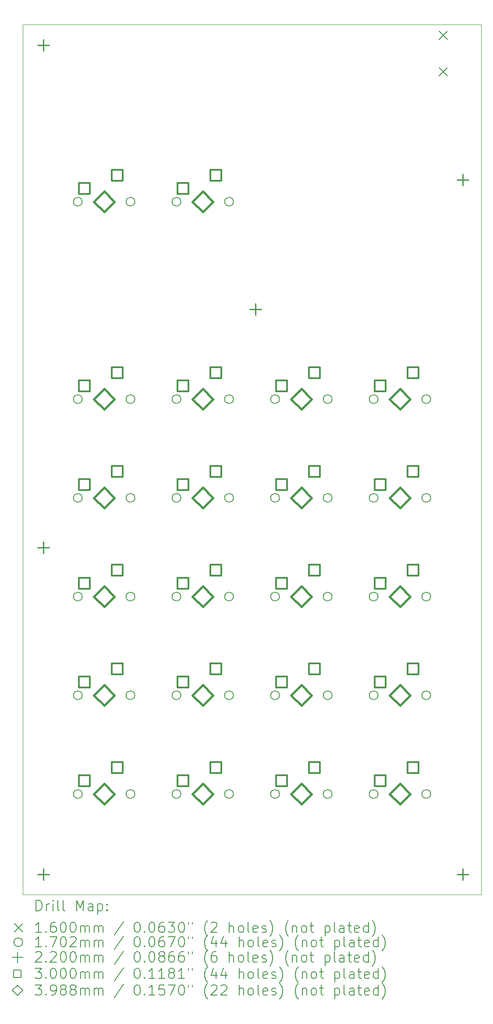
<source format=gbr>
%TF.GenerationSoftware,KiCad,Pcbnew,8.0.3*%
%TF.CreationDate,2024-07-24T12:50:57+02:00*%
%TF.ProjectId,programmable,70726f67-7261-46d6-9d61-626c652e6b69,rev?*%
%TF.SameCoordinates,Original*%
%TF.FileFunction,Drillmap*%
%TF.FilePolarity,Positive*%
%FSLAX45Y45*%
G04 Gerber Fmt 4.5, Leading zero omitted, Abs format (unit mm)*
G04 Created by KiCad (PCBNEW 8.0.3) date 2024-07-24 12:50:57*
%MOMM*%
%LPD*%
G01*
G04 APERTURE LIST*
%ADD10C,0.050000*%
%ADD11C,0.200000*%
%ADD12C,0.160000*%
%ADD13C,0.170180*%
%ADD14C,0.220000*%
%ADD15C,0.300000*%
%ADD16C,0.398780*%
G04 APERTURE END LIST*
D10*
X4332750Y-3025460D02*
X13192750Y-3025460D01*
X13192750Y-19815460D01*
X4332750Y-19815460D01*
X4332750Y-3025460D01*
D11*
D12*
X12374750Y-3157460D02*
X12534750Y-3317460D01*
X12534750Y-3157460D02*
X12374750Y-3317460D01*
X12374750Y-3857460D02*
X12534750Y-4017460D01*
X12534750Y-3857460D02*
X12374750Y-4017460D01*
D13*
X5482340Y-6447960D02*
G75*
G02*
X5312160Y-6447960I-85090J0D01*
G01*
X5312160Y-6447960D02*
G75*
G02*
X5482340Y-6447960I85090J0D01*
G01*
X5482340Y-10257960D02*
G75*
G02*
X5312160Y-10257960I-85090J0D01*
G01*
X5312160Y-10257960D02*
G75*
G02*
X5482340Y-10257960I85090J0D01*
G01*
X5482340Y-12162960D02*
G75*
G02*
X5312160Y-12162960I-85090J0D01*
G01*
X5312160Y-12162960D02*
G75*
G02*
X5482340Y-12162960I85090J0D01*
G01*
X5482340Y-14067960D02*
G75*
G02*
X5312160Y-14067960I-85090J0D01*
G01*
X5312160Y-14067960D02*
G75*
G02*
X5482340Y-14067960I85090J0D01*
G01*
X5482340Y-15972960D02*
G75*
G02*
X5312160Y-15972960I-85090J0D01*
G01*
X5312160Y-15972960D02*
G75*
G02*
X5482340Y-15972960I85090J0D01*
G01*
X5482340Y-17877960D02*
G75*
G02*
X5312160Y-17877960I-85090J0D01*
G01*
X5312160Y-17877960D02*
G75*
G02*
X5482340Y-17877960I85090J0D01*
G01*
X6498340Y-6447960D02*
G75*
G02*
X6328160Y-6447960I-85090J0D01*
G01*
X6328160Y-6447960D02*
G75*
G02*
X6498340Y-6447960I85090J0D01*
G01*
X6498340Y-10257960D02*
G75*
G02*
X6328160Y-10257960I-85090J0D01*
G01*
X6328160Y-10257960D02*
G75*
G02*
X6498340Y-10257960I85090J0D01*
G01*
X6498340Y-12162960D02*
G75*
G02*
X6328160Y-12162960I-85090J0D01*
G01*
X6328160Y-12162960D02*
G75*
G02*
X6498340Y-12162960I85090J0D01*
G01*
X6498340Y-14067960D02*
G75*
G02*
X6328160Y-14067960I-85090J0D01*
G01*
X6328160Y-14067960D02*
G75*
G02*
X6498340Y-14067960I85090J0D01*
G01*
X6498340Y-15972960D02*
G75*
G02*
X6328160Y-15972960I-85090J0D01*
G01*
X6328160Y-15972960D02*
G75*
G02*
X6498340Y-15972960I85090J0D01*
G01*
X6498340Y-17877960D02*
G75*
G02*
X6328160Y-17877960I-85090J0D01*
G01*
X6328160Y-17877960D02*
G75*
G02*
X6498340Y-17877960I85090J0D01*
G01*
X7387340Y-6447960D02*
G75*
G02*
X7217160Y-6447960I-85090J0D01*
G01*
X7217160Y-6447960D02*
G75*
G02*
X7387340Y-6447960I85090J0D01*
G01*
X7387340Y-10257960D02*
G75*
G02*
X7217160Y-10257960I-85090J0D01*
G01*
X7217160Y-10257960D02*
G75*
G02*
X7387340Y-10257960I85090J0D01*
G01*
X7387340Y-12162960D02*
G75*
G02*
X7217160Y-12162960I-85090J0D01*
G01*
X7217160Y-12162960D02*
G75*
G02*
X7387340Y-12162960I85090J0D01*
G01*
X7387340Y-14067960D02*
G75*
G02*
X7217160Y-14067960I-85090J0D01*
G01*
X7217160Y-14067960D02*
G75*
G02*
X7387340Y-14067960I85090J0D01*
G01*
X7387340Y-15972960D02*
G75*
G02*
X7217160Y-15972960I-85090J0D01*
G01*
X7217160Y-15972960D02*
G75*
G02*
X7387340Y-15972960I85090J0D01*
G01*
X7387340Y-17877960D02*
G75*
G02*
X7217160Y-17877960I-85090J0D01*
G01*
X7217160Y-17877960D02*
G75*
G02*
X7387340Y-17877960I85090J0D01*
G01*
X8403340Y-6447960D02*
G75*
G02*
X8233160Y-6447960I-85090J0D01*
G01*
X8233160Y-6447960D02*
G75*
G02*
X8403340Y-6447960I85090J0D01*
G01*
X8403340Y-10257960D02*
G75*
G02*
X8233160Y-10257960I-85090J0D01*
G01*
X8233160Y-10257960D02*
G75*
G02*
X8403340Y-10257960I85090J0D01*
G01*
X8403340Y-12162960D02*
G75*
G02*
X8233160Y-12162960I-85090J0D01*
G01*
X8233160Y-12162960D02*
G75*
G02*
X8403340Y-12162960I85090J0D01*
G01*
X8403340Y-14067960D02*
G75*
G02*
X8233160Y-14067960I-85090J0D01*
G01*
X8233160Y-14067960D02*
G75*
G02*
X8403340Y-14067960I85090J0D01*
G01*
X8403340Y-15972960D02*
G75*
G02*
X8233160Y-15972960I-85090J0D01*
G01*
X8233160Y-15972960D02*
G75*
G02*
X8403340Y-15972960I85090J0D01*
G01*
X8403340Y-17877960D02*
G75*
G02*
X8233160Y-17877960I-85090J0D01*
G01*
X8233160Y-17877960D02*
G75*
G02*
X8403340Y-17877960I85090J0D01*
G01*
X9292340Y-10257960D02*
G75*
G02*
X9122160Y-10257960I-85090J0D01*
G01*
X9122160Y-10257960D02*
G75*
G02*
X9292340Y-10257960I85090J0D01*
G01*
X9292340Y-12162960D02*
G75*
G02*
X9122160Y-12162960I-85090J0D01*
G01*
X9122160Y-12162960D02*
G75*
G02*
X9292340Y-12162960I85090J0D01*
G01*
X9292340Y-14067960D02*
G75*
G02*
X9122160Y-14067960I-85090J0D01*
G01*
X9122160Y-14067960D02*
G75*
G02*
X9292340Y-14067960I85090J0D01*
G01*
X9292340Y-15972960D02*
G75*
G02*
X9122160Y-15972960I-85090J0D01*
G01*
X9122160Y-15972960D02*
G75*
G02*
X9292340Y-15972960I85090J0D01*
G01*
X9292340Y-17877960D02*
G75*
G02*
X9122160Y-17877960I-85090J0D01*
G01*
X9122160Y-17877960D02*
G75*
G02*
X9292340Y-17877960I85090J0D01*
G01*
X10308340Y-10257960D02*
G75*
G02*
X10138160Y-10257960I-85090J0D01*
G01*
X10138160Y-10257960D02*
G75*
G02*
X10308340Y-10257960I85090J0D01*
G01*
X10308340Y-12162960D02*
G75*
G02*
X10138160Y-12162960I-85090J0D01*
G01*
X10138160Y-12162960D02*
G75*
G02*
X10308340Y-12162960I85090J0D01*
G01*
X10308340Y-14067960D02*
G75*
G02*
X10138160Y-14067960I-85090J0D01*
G01*
X10138160Y-14067960D02*
G75*
G02*
X10308340Y-14067960I85090J0D01*
G01*
X10308340Y-15972960D02*
G75*
G02*
X10138160Y-15972960I-85090J0D01*
G01*
X10138160Y-15972960D02*
G75*
G02*
X10308340Y-15972960I85090J0D01*
G01*
X10308340Y-17877960D02*
G75*
G02*
X10138160Y-17877960I-85090J0D01*
G01*
X10138160Y-17877960D02*
G75*
G02*
X10308340Y-17877960I85090J0D01*
G01*
X11197340Y-10257960D02*
G75*
G02*
X11027160Y-10257960I-85090J0D01*
G01*
X11027160Y-10257960D02*
G75*
G02*
X11197340Y-10257960I85090J0D01*
G01*
X11197340Y-12162960D02*
G75*
G02*
X11027160Y-12162960I-85090J0D01*
G01*
X11027160Y-12162960D02*
G75*
G02*
X11197340Y-12162960I85090J0D01*
G01*
X11197340Y-14067960D02*
G75*
G02*
X11027160Y-14067960I-85090J0D01*
G01*
X11027160Y-14067960D02*
G75*
G02*
X11197340Y-14067960I85090J0D01*
G01*
X11197340Y-15972960D02*
G75*
G02*
X11027160Y-15972960I-85090J0D01*
G01*
X11027160Y-15972960D02*
G75*
G02*
X11197340Y-15972960I85090J0D01*
G01*
X11197340Y-17877960D02*
G75*
G02*
X11027160Y-17877960I-85090J0D01*
G01*
X11027160Y-17877960D02*
G75*
G02*
X11197340Y-17877960I85090J0D01*
G01*
X12213340Y-10257960D02*
G75*
G02*
X12043160Y-10257960I-85090J0D01*
G01*
X12043160Y-10257960D02*
G75*
G02*
X12213340Y-10257960I85090J0D01*
G01*
X12213340Y-12162960D02*
G75*
G02*
X12043160Y-12162960I-85090J0D01*
G01*
X12043160Y-12162960D02*
G75*
G02*
X12213340Y-12162960I85090J0D01*
G01*
X12213340Y-14067960D02*
G75*
G02*
X12043160Y-14067960I-85090J0D01*
G01*
X12043160Y-14067960D02*
G75*
G02*
X12213340Y-14067960I85090J0D01*
G01*
X12213340Y-15972960D02*
G75*
G02*
X12043160Y-15972960I-85090J0D01*
G01*
X12043160Y-15972960D02*
G75*
G02*
X12213340Y-15972960I85090J0D01*
G01*
X12213340Y-17877960D02*
G75*
G02*
X12043160Y-17877960I-85090J0D01*
G01*
X12043160Y-17877960D02*
G75*
G02*
X12213340Y-17877960I85090J0D01*
G01*
D14*
X4732750Y-3315460D02*
X4732750Y-3535460D01*
X4622750Y-3425460D02*
X4842750Y-3425460D01*
X4732750Y-13015460D02*
X4732750Y-13235460D01*
X4622750Y-13125460D02*
X4842750Y-13125460D01*
X4732750Y-19315460D02*
X4732750Y-19535460D01*
X4622750Y-19425460D02*
X4842750Y-19425460D01*
X8832750Y-8415460D02*
X8832750Y-8635460D01*
X8722750Y-8525460D02*
X8942750Y-8525460D01*
X12832750Y-5915460D02*
X12832750Y-6135460D01*
X12722750Y-6025460D02*
X12942750Y-6025460D01*
X12832750Y-19315460D02*
X12832750Y-19535460D01*
X12722750Y-19425460D02*
X12942750Y-19425460D01*
D15*
X5630317Y-6300027D02*
X5630317Y-6087893D01*
X5418183Y-6087893D01*
X5418183Y-6300027D01*
X5630317Y-6300027D01*
X5630317Y-10110027D02*
X5630317Y-9897893D01*
X5418183Y-9897893D01*
X5418183Y-10110027D01*
X5630317Y-10110027D01*
X5630317Y-12015027D02*
X5630317Y-11802893D01*
X5418183Y-11802893D01*
X5418183Y-12015027D01*
X5630317Y-12015027D01*
X5630317Y-13920027D02*
X5630317Y-13707893D01*
X5418183Y-13707893D01*
X5418183Y-13920027D01*
X5630317Y-13920027D01*
X5630317Y-15825027D02*
X5630317Y-15612893D01*
X5418183Y-15612893D01*
X5418183Y-15825027D01*
X5630317Y-15825027D01*
X5630317Y-17730027D02*
X5630317Y-17517893D01*
X5418183Y-17517893D01*
X5418183Y-17730027D01*
X5630317Y-17730027D01*
X6265317Y-6046027D02*
X6265317Y-5833893D01*
X6053183Y-5833893D01*
X6053183Y-6046027D01*
X6265317Y-6046027D01*
X6265317Y-9856027D02*
X6265317Y-9643893D01*
X6053183Y-9643893D01*
X6053183Y-9856027D01*
X6265317Y-9856027D01*
X6265317Y-11761027D02*
X6265317Y-11548893D01*
X6053183Y-11548893D01*
X6053183Y-11761027D01*
X6265317Y-11761027D01*
X6265317Y-13666027D02*
X6265317Y-13453893D01*
X6053183Y-13453893D01*
X6053183Y-13666027D01*
X6265317Y-13666027D01*
X6265317Y-15571027D02*
X6265317Y-15358893D01*
X6053183Y-15358893D01*
X6053183Y-15571027D01*
X6265317Y-15571027D01*
X6265317Y-17476027D02*
X6265317Y-17263893D01*
X6053183Y-17263893D01*
X6053183Y-17476027D01*
X6265317Y-17476027D01*
X7535317Y-6300027D02*
X7535317Y-6087893D01*
X7323183Y-6087893D01*
X7323183Y-6300027D01*
X7535317Y-6300027D01*
X7535317Y-10110027D02*
X7535317Y-9897893D01*
X7323183Y-9897893D01*
X7323183Y-10110027D01*
X7535317Y-10110027D01*
X7535317Y-12015027D02*
X7535317Y-11802893D01*
X7323183Y-11802893D01*
X7323183Y-12015027D01*
X7535317Y-12015027D01*
X7535317Y-13920027D02*
X7535317Y-13707893D01*
X7323183Y-13707893D01*
X7323183Y-13920027D01*
X7535317Y-13920027D01*
X7535317Y-15825027D02*
X7535317Y-15612893D01*
X7323183Y-15612893D01*
X7323183Y-15825027D01*
X7535317Y-15825027D01*
X7535317Y-17730027D02*
X7535317Y-17517893D01*
X7323183Y-17517893D01*
X7323183Y-17730027D01*
X7535317Y-17730027D01*
X8170317Y-6046027D02*
X8170317Y-5833893D01*
X7958183Y-5833893D01*
X7958183Y-6046027D01*
X8170317Y-6046027D01*
X8170317Y-9856027D02*
X8170317Y-9643893D01*
X7958183Y-9643893D01*
X7958183Y-9856027D01*
X8170317Y-9856027D01*
X8170317Y-11761027D02*
X8170317Y-11548893D01*
X7958183Y-11548893D01*
X7958183Y-11761027D01*
X8170317Y-11761027D01*
X8170317Y-13666027D02*
X8170317Y-13453893D01*
X7958183Y-13453893D01*
X7958183Y-13666027D01*
X8170317Y-13666027D01*
X8170317Y-15571027D02*
X8170317Y-15358893D01*
X7958183Y-15358893D01*
X7958183Y-15571027D01*
X8170317Y-15571027D01*
X8170317Y-17476027D02*
X8170317Y-17263893D01*
X7958183Y-17263893D01*
X7958183Y-17476027D01*
X8170317Y-17476027D01*
X9440317Y-10110027D02*
X9440317Y-9897893D01*
X9228183Y-9897893D01*
X9228183Y-10110027D01*
X9440317Y-10110027D01*
X9440317Y-12015027D02*
X9440317Y-11802893D01*
X9228183Y-11802893D01*
X9228183Y-12015027D01*
X9440317Y-12015027D01*
X9440317Y-13920027D02*
X9440317Y-13707893D01*
X9228183Y-13707893D01*
X9228183Y-13920027D01*
X9440317Y-13920027D01*
X9440317Y-15825027D02*
X9440317Y-15612893D01*
X9228183Y-15612893D01*
X9228183Y-15825027D01*
X9440317Y-15825027D01*
X9440317Y-17730027D02*
X9440317Y-17517893D01*
X9228183Y-17517893D01*
X9228183Y-17730027D01*
X9440317Y-17730027D01*
X10075317Y-9856027D02*
X10075317Y-9643893D01*
X9863183Y-9643893D01*
X9863183Y-9856027D01*
X10075317Y-9856027D01*
X10075317Y-11761027D02*
X10075317Y-11548893D01*
X9863183Y-11548893D01*
X9863183Y-11761027D01*
X10075317Y-11761027D01*
X10075317Y-13666027D02*
X10075317Y-13453893D01*
X9863183Y-13453893D01*
X9863183Y-13666027D01*
X10075317Y-13666027D01*
X10075317Y-15571027D02*
X10075317Y-15358893D01*
X9863183Y-15358893D01*
X9863183Y-15571027D01*
X10075317Y-15571027D01*
X10075317Y-17476027D02*
X10075317Y-17263893D01*
X9863183Y-17263893D01*
X9863183Y-17476027D01*
X10075317Y-17476027D01*
X11345317Y-10110027D02*
X11345317Y-9897893D01*
X11133183Y-9897893D01*
X11133183Y-10110027D01*
X11345317Y-10110027D01*
X11345317Y-12015027D02*
X11345317Y-11802893D01*
X11133183Y-11802893D01*
X11133183Y-12015027D01*
X11345317Y-12015027D01*
X11345317Y-13920027D02*
X11345317Y-13707893D01*
X11133183Y-13707893D01*
X11133183Y-13920027D01*
X11345317Y-13920027D01*
X11345317Y-15825027D02*
X11345317Y-15612893D01*
X11133183Y-15612893D01*
X11133183Y-15825027D01*
X11345317Y-15825027D01*
X11345317Y-17730027D02*
X11345317Y-17517893D01*
X11133183Y-17517893D01*
X11133183Y-17730027D01*
X11345317Y-17730027D01*
X11980317Y-9856027D02*
X11980317Y-9643893D01*
X11768183Y-9643893D01*
X11768183Y-9856027D01*
X11980317Y-9856027D01*
X11980317Y-11761027D02*
X11980317Y-11548893D01*
X11768183Y-11548893D01*
X11768183Y-11761027D01*
X11980317Y-11761027D01*
X11980317Y-13666027D02*
X11980317Y-13453893D01*
X11768183Y-13453893D01*
X11768183Y-13666027D01*
X11980317Y-13666027D01*
X11980317Y-15571027D02*
X11980317Y-15358893D01*
X11768183Y-15358893D01*
X11768183Y-15571027D01*
X11980317Y-15571027D01*
X11980317Y-17476027D02*
X11980317Y-17263893D01*
X11768183Y-17263893D01*
X11768183Y-17476027D01*
X11980317Y-17476027D01*
D16*
X5905250Y-6647350D02*
X6104640Y-6447960D01*
X5905250Y-6248570D01*
X5705860Y-6447960D01*
X5905250Y-6647350D01*
X5905250Y-10457350D02*
X6104640Y-10257960D01*
X5905250Y-10058570D01*
X5705860Y-10257960D01*
X5905250Y-10457350D01*
X5905250Y-12362350D02*
X6104640Y-12162960D01*
X5905250Y-11963570D01*
X5705860Y-12162960D01*
X5905250Y-12362350D01*
X5905250Y-14267350D02*
X6104640Y-14067960D01*
X5905250Y-13868570D01*
X5705860Y-14067960D01*
X5905250Y-14267350D01*
X5905250Y-16172350D02*
X6104640Y-15972960D01*
X5905250Y-15773570D01*
X5705860Y-15972960D01*
X5905250Y-16172350D01*
X5905250Y-18077350D02*
X6104640Y-17877960D01*
X5905250Y-17678570D01*
X5705860Y-17877960D01*
X5905250Y-18077350D01*
X7810250Y-6647350D02*
X8009640Y-6447960D01*
X7810250Y-6248570D01*
X7610860Y-6447960D01*
X7810250Y-6647350D01*
X7810250Y-10457350D02*
X8009640Y-10257960D01*
X7810250Y-10058570D01*
X7610860Y-10257960D01*
X7810250Y-10457350D01*
X7810250Y-12362350D02*
X8009640Y-12162960D01*
X7810250Y-11963570D01*
X7610860Y-12162960D01*
X7810250Y-12362350D01*
X7810250Y-14267350D02*
X8009640Y-14067960D01*
X7810250Y-13868570D01*
X7610860Y-14067960D01*
X7810250Y-14267350D01*
X7810250Y-16172350D02*
X8009640Y-15972960D01*
X7810250Y-15773570D01*
X7610860Y-15972960D01*
X7810250Y-16172350D01*
X7810250Y-18077350D02*
X8009640Y-17877960D01*
X7810250Y-17678570D01*
X7610860Y-17877960D01*
X7810250Y-18077350D01*
X9715250Y-10457350D02*
X9914640Y-10257960D01*
X9715250Y-10058570D01*
X9515860Y-10257960D01*
X9715250Y-10457350D01*
X9715250Y-12362350D02*
X9914640Y-12162960D01*
X9715250Y-11963570D01*
X9515860Y-12162960D01*
X9715250Y-12362350D01*
X9715250Y-14267350D02*
X9914640Y-14067960D01*
X9715250Y-13868570D01*
X9515860Y-14067960D01*
X9715250Y-14267350D01*
X9715250Y-16172350D02*
X9914640Y-15972960D01*
X9715250Y-15773570D01*
X9515860Y-15972960D01*
X9715250Y-16172350D01*
X9715250Y-18077350D02*
X9914640Y-17877960D01*
X9715250Y-17678570D01*
X9515860Y-17877960D01*
X9715250Y-18077350D01*
X11620250Y-10457350D02*
X11819640Y-10257960D01*
X11620250Y-10058570D01*
X11420860Y-10257960D01*
X11620250Y-10457350D01*
X11620250Y-12362350D02*
X11819640Y-12162960D01*
X11620250Y-11963570D01*
X11420860Y-12162960D01*
X11620250Y-12362350D01*
X11620250Y-14267350D02*
X11819640Y-14067960D01*
X11620250Y-13868570D01*
X11420860Y-14067960D01*
X11620250Y-14267350D01*
X11620250Y-16172350D02*
X11819640Y-15972960D01*
X11620250Y-15773570D01*
X11420860Y-15972960D01*
X11620250Y-16172350D01*
X11620250Y-18077350D02*
X11819640Y-17877960D01*
X11620250Y-17678570D01*
X11420860Y-17877960D01*
X11620250Y-18077350D01*
D11*
X4591027Y-20129444D02*
X4591027Y-19929444D01*
X4591027Y-19929444D02*
X4638646Y-19929444D01*
X4638646Y-19929444D02*
X4667217Y-19938968D01*
X4667217Y-19938968D02*
X4686265Y-19958015D01*
X4686265Y-19958015D02*
X4695789Y-19977063D01*
X4695789Y-19977063D02*
X4705313Y-20015158D01*
X4705313Y-20015158D02*
X4705313Y-20043730D01*
X4705313Y-20043730D02*
X4695789Y-20081825D01*
X4695789Y-20081825D02*
X4686265Y-20100872D01*
X4686265Y-20100872D02*
X4667217Y-20119920D01*
X4667217Y-20119920D02*
X4638646Y-20129444D01*
X4638646Y-20129444D02*
X4591027Y-20129444D01*
X4791027Y-20129444D02*
X4791027Y-19996110D01*
X4791027Y-20034206D02*
X4800551Y-20015158D01*
X4800551Y-20015158D02*
X4810074Y-20005634D01*
X4810074Y-20005634D02*
X4829122Y-19996110D01*
X4829122Y-19996110D02*
X4848170Y-19996110D01*
X4914836Y-20129444D02*
X4914836Y-19996110D01*
X4914836Y-19929444D02*
X4905313Y-19938968D01*
X4905313Y-19938968D02*
X4914836Y-19948491D01*
X4914836Y-19948491D02*
X4924360Y-19938968D01*
X4924360Y-19938968D02*
X4914836Y-19929444D01*
X4914836Y-19929444D02*
X4914836Y-19948491D01*
X5038646Y-20129444D02*
X5019598Y-20119920D01*
X5019598Y-20119920D02*
X5010074Y-20100872D01*
X5010074Y-20100872D02*
X5010074Y-19929444D01*
X5143408Y-20129444D02*
X5124360Y-20119920D01*
X5124360Y-20119920D02*
X5114836Y-20100872D01*
X5114836Y-20100872D02*
X5114836Y-19929444D01*
X5371979Y-20129444D02*
X5371979Y-19929444D01*
X5371979Y-19929444D02*
X5438646Y-20072301D01*
X5438646Y-20072301D02*
X5505313Y-19929444D01*
X5505313Y-19929444D02*
X5505313Y-20129444D01*
X5686265Y-20129444D02*
X5686265Y-20024682D01*
X5686265Y-20024682D02*
X5676741Y-20005634D01*
X5676741Y-20005634D02*
X5657693Y-19996110D01*
X5657693Y-19996110D02*
X5619598Y-19996110D01*
X5619598Y-19996110D02*
X5600551Y-20005634D01*
X5686265Y-20119920D02*
X5667217Y-20129444D01*
X5667217Y-20129444D02*
X5619598Y-20129444D01*
X5619598Y-20129444D02*
X5600551Y-20119920D01*
X5600551Y-20119920D02*
X5591027Y-20100872D01*
X5591027Y-20100872D02*
X5591027Y-20081825D01*
X5591027Y-20081825D02*
X5600551Y-20062777D01*
X5600551Y-20062777D02*
X5619598Y-20053253D01*
X5619598Y-20053253D02*
X5667217Y-20053253D01*
X5667217Y-20053253D02*
X5686265Y-20043730D01*
X5781503Y-19996110D02*
X5781503Y-20196110D01*
X5781503Y-20005634D02*
X5800551Y-19996110D01*
X5800551Y-19996110D02*
X5838646Y-19996110D01*
X5838646Y-19996110D02*
X5857693Y-20005634D01*
X5857693Y-20005634D02*
X5867217Y-20015158D01*
X5867217Y-20015158D02*
X5876741Y-20034206D01*
X5876741Y-20034206D02*
X5876741Y-20091349D01*
X5876741Y-20091349D02*
X5867217Y-20110396D01*
X5867217Y-20110396D02*
X5857693Y-20119920D01*
X5857693Y-20119920D02*
X5838646Y-20129444D01*
X5838646Y-20129444D02*
X5800551Y-20129444D01*
X5800551Y-20129444D02*
X5781503Y-20119920D01*
X5962455Y-20110396D02*
X5971979Y-20119920D01*
X5971979Y-20119920D02*
X5962455Y-20129444D01*
X5962455Y-20129444D02*
X5952932Y-20119920D01*
X5952932Y-20119920D02*
X5962455Y-20110396D01*
X5962455Y-20110396D02*
X5962455Y-20129444D01*
X5962455Y-20005634D02*
X5971979Y-20015158D01*
X5971979Y-20015158D02*
X5962455Y-20024682D01*
X5962455Y-20024682D02*
X5952932Y-20015158D01*
X5952932Y-20015158D02*
X5962455Y-20005634D01*
X5962455Y-20005634D02*
X5962455Y-20024682D01*
D12*
X4170250Y-20377960D02*
X4330250Y-20537960D01*
X4330250Y-20377960D02*
X4170250Y-20537960D01*
D11*
X4695789Y-20549444D02*
X4581503Y-20549444D01*
X4638646Y-20549444D02*
X4638646Y-20349444D01*
X4638646Y-20349444D02*
X4619598Y-20378015D01*
X4619598Y-20378015D02*
X4600551Y-20397063D01*
X4600551Y-20397063D02*
X4581503Y-20406587D01*
X4781503Y-20530396D02*
X4791027Y-20539920D01*
X4791027Y-20539920D02*
X4781503Y-20549444D01*
X4781503Y-20549444D02*
X4771979Y-20539920D01*
X4771979Y-20539920D02*
X4781503Y-20530396D01*
X4781503Y-20530396D02*
X4781503Y-20549444D01*
X4962455Y-20349444D02*
X4924360Y-20349444D01*
X4924360Y-20349444D02*
X4905313Y-20358968D01*
X4905313Y-20358968D02*
X4895789Y-20368491D01*
X4895789Y-20368491D02*
X4876741Y-20397063D01*
X4876741Y-20397063D02*
X4867217Y-20435158D01*
X4867217Y-20435158D02*
X4867217Y-20511349D01*
X4867217Y-20511349D02*
X4876741Y-20530396D01*
X4876741Y-20530396D02*
X4886265Y-20539920D01*
X4886265Y-20539920D02*
X4905313Y-20549444D01*
X4905313Y-20549444D02*
X4943408Y-20549444D01*
X4943408Y-20549444D02*
X4962455Y-20539920D01*
X4962455Y-20539920D02*
X4971979Y-20530396D01*
X4971979Y-20530396D02*
X4981503Y-20511349D01*
X4981503Y-20511349D02*
X4981503Y-20463730D01*
X4981503Y-20463730D02*
X4971979Y-20444682D01*
X4971979Y-20444682D02*
X4962455Y-20435158D01*
X4962455Y-20435158D02*
X4943408Y-20425634D01*
X4943408Y-20425634D02*
X4905313Y-20425634D01*
X4905313Y-20425634D02*
X4886265Y-20435158D01*
X4886265Y-20435158D02*
X4876741Y-20444682D01*
X4876741Y-20444682D02*
X4867217Y-20463730D01*
X5105313Y-20349444D02*
X5124360Y-20349444D01*
X5124360Y-20349444D02*
X5143408Y-20358968D01*
X5143408Y-20358968D02*
X5152932Y-20368491D01*
X5152932Y-20368491D02*
X5162455Y-20387539D01*
X5162455Y-20387539D02*
X5171979Y-20425634D01*
X5171979Y-20425634D02*
X5171979Y-20473253D01*
X5171979Y-20473253D02*
X5162455Y-20511349D01*
X5162455Y-20511349D02*
X5152932Y-20530396D01*
X5152932Y-20530396D02*
X5143408Y-20539920D01*
X5143408Y-20539920D02*
X5124360Y-20549444D01*
X5124360Y-20549444D02*
X5105313Y-20549444D01*
X5105313Y-20549444D02*
X5086265Y-20539920D01*
X5086265Y-20539920D02*
X5076741Y-20530396D01*
X5076741Y-20530396D02*
X5067217Y-20511349D01*
X5067217Y-20511349D02*
X5057694Y-20473253D01*
X5057694Y-20473253D02*
X5057694Y-20425634D01*
X5057694Y-20425634D02*
X5067217Y-20387539D01*
X5067217Y-20387539D02*
X5076741Y-20368491D01*
X5076741Y-20368491D02*
X5086265Y-20358968D01*
X5086265Y-20358968D02*
X5105313Y-20349444D01*
X5295789Y-20349444D02*
X5314836Y-20349444D01*
X5314836Y-20349444D02*
X5333884Y-20358968D01*
X5333884Y-20358968D02*
X5343408Y-20368491D01*
X5343408Y-20368491D02*
X5352932Y-20387539D01*
X5352932Y-20387539D02*
X5362455Y-20425634D01*
X5362455Y-20425634D02*
X5362455Y-20473253D01*
X5362455Y-20473253D02*
X5352932Y-20511349D01*
X5352932Y-20511349D02*
X5343408Y-20530396D01*
X5343408Y-20530396D02*
X5333884Y-20539920D01*
X5333884Y-20539920D02*
X5314836Y-20549444D01*
X5314836Y-20549444D02*
X5295789Y-20549444D01*
X5295789Y-20549444D02*
X5276741Y-20539920D01*
X5276741Y-20539920D02*
X5267217Y-20530396D01*
X5267217Y-20530396D02*
X5257694Y-20511349D01*
X5257694Y-20511349D02*
X5248170Y-20473253D01*
X5248170Y-20473253D02*
X5248170Y-20425634D01*
X5248170Y-20425634D02*
X5257694Y-20387539D01*
X5257694Y-20387539D02*
X5267217Y-20368491D01*
X5267217Y-20368491D02*
X5276741Y-20358968D01*
X5276741Y-20358968D02*
X5295789Y-20349444D01*
X5448170Y-20549444D02*
X5448170Y-20416110D01*
X5448170Y-20435158D02*
X5457694Y-20425634D01*
X5457694Y-20425634D02*
X5476741Y-20416110D01*
X5476741Y-20416110D02*
X5505313Y-20416110D01*
X5505313Y-20416110D02*
X5524360Y-20425634D01*
X5524360Y-20425634D02*
X5533884Y-20444682D01*
X5533884Y-20444682D02*
X5533884Y-20549444D01*
X5533884Y-20444682D02*
X5543408Y-20425634D01*
X5543408Y-20425634D02*
X5562455Y-20416110D01*
X5562455Y-20416110D02*
X5591027Y-20416110D01*
X5591027Y-20416110D02*
X5610074Y-20425634D01*
X5610074Y-20425634D02*
X5619598Y-20444682D01*
X5619598Y-20444682D02*
X5619598Y-20549444D01*
X5714836Y-20549444D02*
X5714836Y-20416110D01*
X5714836Y-20435158D02*
X5724360Y-20425634D01*
X5724360Y-20425634D02*
X5743408Y-20416110D01*
X5743408Y-20416110D02*
X5771979Y-20416110D01*
X5771979Y-20416110D02*
X5791027Y-20425634D01*
X5791027Y-20425634D02*
X5800551Y-20444682D01*
X5800551Y-20444682D02*
X5800551Y-20549444D01*
X5800551Y-20444682D02*
X5810074Y-20425634D01*
X5810074Y-20425634D02*
X5829122Y-20416110D01*
X5829122Y-20416110D02*
X5857693Y-20416110D01*
X5857693Y-20416110D02*
X5876741Y-20425634D01*
X5876741Y-20425634D02*
X5886265Y-20444682D01*
X5886265Y-20444682D02*
X5886265Y-20549444D01*
X6276741Y-20339920D02*
X6105313Y-20597063D01*
X6533884Y-20349444D02*
X6552932Y-20349444D01*
X6552932Y-20349444D02*
X6571979Y-20358968D01*
X6571979Y-20358968D02*
X6581503Y-20368491D01*
X6581503Y-20368491D02*
X6591027Y-20387539D01*
X6591027Y-20387539D02*
X6600551Y-20425634D01*
X6600551Y-20425634D02*
X6600551Y-20473253D01*
X6600551Y-20473253D02*
X6591027Y-20511349D01*
X6591027Y-20511349D02*
X6581503Y-20530396D01*
X6581503Y-20530396D02*
X6571979Y-20539920D01*
X6571979Y-20539920D02*
X6552932Y-20549444D01*
X6552932Y-20549444D02*
X6533884Y-20549444D01*
X6533884Y-20549444D02*
X6514836Y-20539920D01*
X6514836Y-20539920D02*
X6505313Y-20530396D01*
X6505313Y-20530396D02*
X6495789Y-20511349D01*
X6495789Y-20511349D02*
X6486265Y-20473253D01*
X6486265Y-20473253D02*
X6486265Y-20425634D01*
X6486265Y-20425634D02*
X6495789Y-20387539D01*
X6495789Y-20387539D02*
X6505313Y-20368491D01*
X6505313Y-20368491D02*
X6514836Y-20358968D01*
X6514836Y-20358968D02*
X6533884Y-20349444D01*
X6686265Y-20530396D02*
X6695789Y-20539920D01*
X6695789Y-20539920D02*
X6686265Y-20549444D01*
X6686265Y-20549444D02*
X6676741Y-20539920D01*
X6676741Y-20539920D02*
X6686265Y-20530396D01*
X6686265Y-20530396D02*
X6686265Y-20549444D01*
X6819598Y-20349444D02*
X6838646Y-20349444D01*
X6838646Y-20349444D02*
X6857694Y-20358968D01*
X6857694Y-20358968D02*
X6867217Y-20368491D01*
X6867217Y-20368491D02*
X6876741Y-20387539D01*
X6876741Y-20387539D02*
X6886265Y-20425634D01*
X6886265Y-20425634D02*
X6886265Y-20473253D01*
X6886265Y-20473253D02*
X6876741Y-20511349D01*
X6876741Y-20511349D02*
X6867217Y-20530396D01*
X6867217Y-20530396D02*
X6857694Y-20539920D01*
X6857694Y-20539920D02*
X6838646Y-20549444D01*
X6838646Y-20549444D02*
X6819598Y-20549444D01*
X6819598Y-20549444D02*
X6800551Y-20539920D01*
X6800551Y-20539920D02*
X6791027Y-20530396D01*
X6791027Y-20530396D02*
X6781503Y-20511349D01*
X6781503Y-20511349D02*
X6771979Y-20473253D01*
X6771979Y-20473253D02*
X6771979Y-20425634D01*
X6771979Y-20425634D02*
X6781503Y-20387539D01*
X6781503Y-20387539D02*
X6791027Y-20368491D01*
X6791027Y-20368491D02*
X6800551Y-20358968D01*
X6800551Y-20358968D02*
X6819598Y-20349444D01*
X7057694Y-20349444D02*
X7019598Y-20349444D01*
X7019598Y-20349444D02*
X7000551Y-20358968D01*
X7000551Y-20358968D02*
X6991027Y-20368491D01*
X6991027Y-20368491D02*
X6971979Y-20397063D01*
X6971979Y-20397063D02*
X6962456Y-20435158D01*
X6962456Y-20435158D02*
X6962456Y-20511349D01*
X6962456Y-20511349D02*
X6971979Y-20530396D01*
X6971979Y-20530396D02*
X6981503Y-20539920D01*
X6981503Y-20539920D02*
X7000551Y-20549444D01*
X7000551Y-20549444D02*
X7038646Y-20549444D01*
X7038646Y-20549444D02*
X7057694Y-20539920D01*
X7057694Y-20539920D02*
X7067217Y-20530396D01*
X7067217Y-20530396D02*
X7076741Y-20511349D01*
X7076741Y-20511349D02*
X7076741Y-20463730D01*
X7076741Y-20463730D02*
X7067217Y-20444682D01*
X7067217Y-20444682D02*
X7057694Y-20435158D01*
X7057694Y-20435158D02*
X7038646Y-20425634D01*
X7038646Y-20425634D02*
X7000551Y-20425634D01*
X7000551Y-20425634D02*
X6981503Y-20435158D01*
X6981503Y-20435158D02*
X6971979Y-20444682D01*
X6971979Y-20444682D02*
X6962456Y-20463730D01*
X7143408Y-20349444D02*
X7267217Y-20349444D01*
X7267217Y-20349444D02*
X7200551Y-20425634D01*
X7200551Y-20425634D02*
X7229122Y-20425634D01*
X7229122Y-20425634D02*
X7248170Y-20435158D01*
X7248170Y-20435158D02*
X7257694Y-20444682D01*
X7257694Y-20444682D02*
X7267217Y-20463730D01*
X7267217Y-20463730D02*
X7267217Y-20511349D01*
X7267217Y-20511349D02*
X7257694Y-20530396D01*
X7257694Y-20530396D02*
X7248170Y-20539920D01*
X7248170Y-20539920D02*
X7229122Y-20549444D01*
X7229122Y-20549444D02*
X7171979Y-20549444D01*
X7171979Y-20549444D02*
X7152932Y-20539920D01*
X7152932Y-20539920D02*
X7143408Y-20530396D01*
X7391027Y-20349444D02*
X7410075Y-20349444D01*
X7410075Y-20349444D02*
X7429122Y-20358968D01*
X7429122Y-20358968D02*
X7438646Y-20368491D01*
X7438646Y-20368491D02*
X7448170Y-20387539D01*
X7448170Y-20387539D02*
X7457694Y-20425634D01*
X7457694Y-20425634D02*
X7457694Y-20473253D01*
X7457694Y-20473253D02*
X7448170Y-20511349D01*
X7448170Y-20511349D02*
X7438646Y-20530396D01*
X7438646Y-20530396D02*
X7429122Y-20539920D01*
X7429122Y-20539920D02*
X7410075Y-20549444D01*
X7410075Y-20549444D02*
X7391027Y-20549444D01*
X7391027Y-20549444D02*
X7371979Y-20539920D01*
X7371979Y-20539920D02*
X7362456Y-20530396D01*
X7362456Y-20530396D02*
X7352932Y-20511349D01*
X7352932Y-20511349D02*
X7343408Y-20473253D01*
X7343408Y-20473253D02*
X7343408Y-20425634D01*
X7343408Y-20425634D02*
X7352932Y-20387539D01*
X7352932Y-20387539D02*
X7362456Y-20368491D01*
X7362456Y-20368491D02*
X7371979Y-20358968D01*
X7371979Y-20358968D02*
X7391027Y-20349444D01*
X7533884Y-20349444D02*
X7533884Y-20387539D01*
X7610075Y-20349444D02*
X7610075Y-20387539D01*
X7905313Y-20625634D02*
X7895789Y-20616110D01*
X7895789Y-20616110D02*
X7876741Y-20587539D01*
X7876741Y-20587539D02*
X7867218Y-20568491D01*
X7867218Y-20568491D02*
X7857694Y-20539920D01*
X7857694Y-20539920D02*
X7848170Y-20492301D01*
X7848170Y-20492301D02*
X7848170Y-20454206D01*
X7848170Y-20454206D02*
X7857694Y-20406587D01*
X7857694Y-20406587D02*
X7867218Y-20378015D01*
X7867218Y-20378015D02*
X7876741Y-20358968D01*
X7876741Y-20358968D02*
X7895789Y-20330396D01*
X7895789Y-20330396D02*
X7905313Y-20320872D01*
X7971979Y-20368491D02*
X7981503Y-20358968D01*
X7981503Y-20358968D02*
X8000551Y-20349444D01*
X8000551Y-20349444D02*
X8048170Y-20349444D01*
X8048170Y-20349444D02*
X8067218Y-20358968D01*
X8067218Y-20358968D02*
X8076741Y-20368491D01*
X8076741Y-20368491D02*
X8086265Y-20387539D01*
X8086265Y-20387539D02*
X8086265Y-20406587D01*
X8086265Y-20406587D02*
X8076741Y-20435158D01*
X8076741Y-20435158D02*
X7962456Y-20549444D01*
X7962456Y-20549444D02*
X8086265Y-20549444D01*
X8324360Y-20549444D02*
X8324360Y-20349444D01*
X8410075Y-20549444D02*
X8410075Y-20444682D01*
X8410075Y-20444682D02*
X8400551Y-20425634D01*
X8400551Y-20425634D02*
X8381503Y-20416110D01*
X8381503Y-20416110D02*
X8352932Y-20416110D01*
X8352932Y-20416110D02*
X8333884Y-20425634D01*
X8333884Y-20425634D02*
X8324360Y-20435158D01*
X8533884Y-20549444D02*
X8514837Y-20539920D01*
X8514837Y-20539920D02*
X8505313Y-20530396D01*
X8505313Y-20530396D02*
X8495789Y-20511349D01*
X8495789Y-20511349D02*
X8495789Y-20454206D01*
X8495789Y-20454206D02*
X8505313Y-20435158D01*
X8505313Y-20435158D02*
X8514837Y-20425634D01*
X8514837Y-20425634D02*
X8533884Y-20416110D01*
X8533884Y-20416110D02*
X8562456Y-20416110D01*
X8562456Y-20416110D02*
X8581503Y-20425634D01*
X8581503Y-20425634D02*
X8591027Y-20435158D01*
X8591027Y-20435158D02*
X8600551Y-20454206D01*
X8600551Y-20454206D02*
X8600551Y-20511349D01*
X8600551Y-20511349D02*
X8591027Y-20530396D01*
X8591027Y-20530396D02*
X8581503Y-20539920D01*
X8581503Y-20539920D02*
X8562456Y-20549444D01*
X8562456Y-20549444D02*
X8533884Y-20549444D01*
X8714837Y-20549444D02*
X8695789Y-20539920D01*
X8695789Y-20539920D02*
X8686265Y-20520872D01*
X8686265Y-20520872D02*
X8686265Y-20349444D01*
X8867218Y-20539920D02*
X8848170Y-20549444D01*
X8848170Y-20549444D02*
X8810075Y-20549444D01*
X8810075Y-20549444D02*
X8791027Y-20539920D01*
X8791027Y-20539920D02*
X8781503Y-20520872D01*
X8781503Y-20520872D02*
X8781503Y-20444682D01*
X8781503Y-20444682D02*
X8791027Y-20425634D01*
X8791027Y-20425634D02*
X8810075Y-20416110D01*
X8810075Y-20416110D02*
X8848170Y-20416110D01*
X8848170Y-20416110D02*
X8867218Y-20425634D01*
X8867218Y-20425634D02*
X8876742Y-20444682D01*
X8876742Y-20444682D02*
X8876742Y-20463730D01*
X8876742Y-20463730D02*
X8781503Y-20482777D01*
X8952932Y-20539920D02*
X8971980Y-20549444D01*
X8971980Y-20549444D02*
X9010075Y-20549444D01*
X9010075Y-20549444D02*
X9029123Y-20539920D01*
X9029123Y-20539920D02*
X9038646Y-20520872D01*
X9038646Y-20520872D02*
X9038646Y-20511349D01*
X9038646Y-20511349D02*
X9029123Y-20492301D01*
X9029123Y-20492301D02*
X9010075Y-20482777D01*
X9010075Y-20482777D02*
X8981503Y-20482777D01*
X8981503Y-20482777D02*
X8962456Y-20473253D01*
X8962456Y-20473253D02*
X8952932Y-20454206D01*
X8952932Y-20454206D02*
X8952932Y-20444682D01*
X8952932Y-20444682D02*
X8962456Y-20425634D01*
X8962456Y-20425634D02*
X8981503Y-20416110D01*
X8981503Y-20416110D02*
X9010075Y-20416110D01*
X9010075Y-20416110D02*
X9029123Y-20425634D01*
X9105313Y-20625634D02*
X9114837Y-20616110D01*
X9114837Y-20616110D02*
X9133884Y-20587539D01*
X9133884Y-20587539D02*
X9143408Y-20568491D01*
X9143408Y-20568491D02*
X9152932Y-20539920D01*
X9152932Y-20539920D02*
X9162456Y-20492301D01*
X9162456Y-20492301D02*
X9162456Y-20454206D01*
X9162456Y-20454206D02*
X9152932Y-20406587D01*
X9152932Y-20406587D02*
X9143408Y-20378015D01*
X9143408Y-20378015D02*
X9133884Y-20358968D01*
X9133884Y-20358968D02*
X9114837Y-20330396D01*
X9114837Y-20330396D02*
X9105313Y-20320872D01*
X9467218Y-20625634D02*
X9457694Y-20616110D01*
X9457694Y-20616110D02*
X9438646Y-20587539D01*
X9438646Y-20587539D02*
X9429123Y-20568491D01*
X9429123Y-20568491D02*
X9419599Y-20539920D01*
X9419599Y-20539920D02*
X9410075Y-20492301D01*
X9410075Y-20492301D02*
X9410075Y-20454206D01*
X9410075Y-20454206D02*
X9419599Y-20406587D01*
X9419599Y-20406587D02*
X9429123Y-20378015D01*
X9429123Y-20378015D02*
X9438646Y-20358968D01*
X9438646Y-20358968D02*
X9457694Y-20330396D01*
X9457694Y-20330396D02*
X9467218Y-20320872D01*
X9543408Y-20416110D02*
X9543408Y-20549444D01*
X9543408Y-20435158D02*
X9552932Y-20425634D01*
X9552932Y-20425634D02*
X9571980Y-20416110D01*
X9571980Y-20416110D02*
X9600551Y-20416110D01*
X9600551Y-20416110D02*
X9619599Y-20425634D01*
X9619599Y-20425634D02*
X9629123Y-20444682D01*
X9629123Y-20444682D02*
X9629123Y-20549444D01*
X9752932Y-20549444D02*
X9733884Y-20539920D01*
X9733884Y-20539920D02*
X9724361Y-20530396D01*
X9724361Y-20530396D02*
X9714837Y-20511349D01*
X9714837Y-20511349D02*
X9714837Y-20454206D01*
X9714837Y-20454206D02*
X9724361Y-20435158D01*
X9724361Y-20435158D02*
X9733884Y-20425634D01*
X9733884Y-20425634D02*
X9752932Y-20416110D01*
X9752932Y-20416110D02*
X9781504Y-20416110D01*
X9781504Y-20416110D02*
X9800551Y-20425634D01*
X9800551Y-20425634D02*
X9810075Y-20435158D01*
X9810075Y-20435158D02*
X9819599Y-20454206D01*
X9819599Y-20454206D02*
X9819599Y-20511349D01*
X9819599Y-20511349D02*
X9810075Y-20530396D01*
X9810075Y-20530396D02*
X9800551Y-20539920D01*
X9800551Y-20539920D02*
X9781504Y-20549444D01*
X9781504Y-20549444D02*
X9752932Y-20549444D01*
X9876742Y-20416110D02*
X9952932Y-20416110D01*
X9905313Y-20349444D02*
X9905313Y-20520872D01*
X9905313Y-20520872D02*
X9914837Y-20539920D01*
X9914837Y-20539920D02*
X9933884Y-20549444D01*
X9933884Y-20549444D02*
X9952932Y-20549444D01*
X10171980Y-20416110D02*
X10171980Y-20616110D01*
X10171980Y-20425634D02*
X10191027Y-20416110D01*
X10191027Y-20416110D02*
X10229123Y-20416110D01*
X10229123Y-20416110D02*
X10248170Y-20425634D01*
X10248170Y-20425634D02*
X10257694Y-20435158D01*
X10257694Y-20435158D02*
X10267218Y-20454206D01*
X10267218Y-20454206D02*
X10267218Y-20511349D01*
X10267218Y-20511349D02*
X10257694Y-20530396D01*
X10257694Y-20530396D02*
X10248170Y-20539920D01*
X10248170Y-20539920D02*
X10229123Y-20549444D01*
X10229123Y-20549444D02*
X10191027Y-20549444D01*
X10191027Y-20549444D02*
X10171980Y-20539920D01*
X10381504Y-20549444D02*
X10362456Y-20539920D01*
X10362456Y-20539920D02*
X10352932Y-20520872D01*
X10352932Y-20520872D02*
X10352932Y-20349444D01*
X10543408Y-20549444D02*
X10543408Y-20444682D01*
X10543408Y-20444682D02*
X10533885Y-20425634D01*
X10533885Y-20425634D02*
X10514837Y-20416110D01*
X10514837Y-20416110D02*
X10476742Y-20416110D01*
X10476742Y-20416110D02*
X10457694Y-20425634D01*
X10543408Y-20539920D02*
X10524361Y-20549444D01*
X10524361Y-20549444D02*
X10476742Y-20549444D01*
X10476742Y-20549444D02*
X10457694Y-20539920D01*
X10457694Y-20539920D02*
X10448170Y-20520872D01*
X10448170Y-20520872D02*
X10448170Y-20501825D01*
X10448170Y-20501825D02*
X10457694Y-20482777D01*
X10457694Y-20482777D02*
X10476742Y-20473253D01*
X10476742Y-20473253D02*
X10524361Y-20473253D01*
X10524361Y-20473253D02*
X10543408Y-20463730D01*
X10610075Y-20416110D02*
X10686265Y-20416110D01*
X10638646Y-20349444D02*
X10638646Y-20520872D01*
X10638646Y-20520872D02*
X10648170Y-20539920D01*
X10648170Y-20539920D02*
X10667218Y-20549444D01*
X10667218Y-20549444D02*
X10686265Y-20549444D01*
X10829123Y-20539920D02*
X10810075Y-20549444D01*
X10810075Y-20549444D02*
X10771980Y-20549444D01*
X10771980Y-20549444D02*
X10752932Y-20539920D01*
X10752932Y-20539920D02*
X10743408Y-20520872D01*
X10743408Y-20520872D02*
X10743408Y-20444682D01*
X10743408Y-20444682D02*
X10752932Y-20425634D01*
X10752932Y-20425634D02*
X10771980Y-20416110D01*
X10771980Y-20416110D02*
X10810075Y-20416110D01*
X10810075Y-20416110D02*
X10829123Y-20425634D01*
X10829123Y-20425634D02*
X10838646Y-20444682D01*
X10838646Y-20444682D02*
X10838646Y-20463730D01*
X10838646Y-20463730D02*
X10743408Y-20482777D01*
X11010075Y-20549444D02*
X11010075Y-20349444D01*
X11010075Y-20539920D02*
X10991027Y-20549444D01*
X10991027Y-20549444D02*
X10952932Y-20549444D01*
X10952932Y-20549444D02*
X10933885Y-20539920D01*
X10933885Y-20539920D02*
X10924361Y-20530396D01*
X10924361Y-20530396D02*
X10914837Y-20511349D01*
X10914837Y-20511349D02*
X10914837Y-20454206D01*
X10914837Y-20454206D02*
X10924361Y-20435158D01*
X10924361Y-20435158D02*
X10933885Y-20425634D01*
X10933885Y-20425634D02*
X10952932Y-20416110D01*
X10952932Y-20416110D02*
X10991027Y-20416110D01*
X10991027Y-20416110D02*
X11010075Y-20425634D01*
X11086266Y-20625634D02*
X11095789Y-20616110D01*
X11095789Y-20616110D02*
X11114837Y-20587539D01*
X11114837Y-20587539D02*
X11124361Y-20568491D01*
X11124361Y-20568491D02*
X11133885Y-20539920D01*
X11133885Y-20539920D02*
X11143408Y-20492301D01*
X11143408Y-20492301D02*
X11143408Y-20454206D01*
X11143408Y-20454206D02*
X11133885Y-20406587D01*
X11133885Y-20406587D02*
X11124361Y-20378015D01*
X11124361Y-20378015D02*
X11114837Y-20358968D01*
X11114837Y-20358968D02*
X11095789Y-20330396D01*
X11095789Y-20330396D02*
X11086266Y-20320872D01*
D13*
X4330250Y-20737960D02*
G75*
G02*
X4160070Y-20737960I-85090J0D01*
G01*
X4160070Y-20737960D02*
G75*
G02*
X4330250Y-20737960I85090J0D01*
G01*
D11*
X4695789Y-20829444D02*
X4581503Y-20829444D01*
X4638646Y-20829444D02*
X4638646Y-20629444D01*
X4638646Y-20629444D02*
X4619598Y-20658015D01*
X4619598Y-20658015D02*
X4600551Y-20677063D01*
X4600551Y-20677063D02*
X4581503Y-20686587D01*
X4781503Y-20810396D02*
X4791027Y-20819920D01*
X4791027Y-20819920D02*
X4781503Y-20829444D01*
X4781503Y-20829444D02*
X4771979Y-20819920D01*
X4771979Y-20819920D02*
X4781503Y-20810396D01*
X4781503Y-20810396D02*
X4781503Y-20829444D01*
X4857694Y-20629444D02*
X4991027Y-20629444D01*
X4991027Y-20629444D02*
X4905313Y-20829444D01*
X5105313Y-20629444D02*
X5124360Y-20629444D01*
X5124360Y-20629444D02*
X5143408Y-20638968D01*
X5143408Y-20638968D02*
X5152932Y-20648491D01*
X5152932Y-20648491D02*
X5162455Y-20667539D01*
X5162455Y-20667539D02*
X5171979Y-20705634D01*
X5171979Y-20705634D02*
X5171979Y-20753253D01*
X5171979Y-20753253D02*
X5162455Y-20791349D01*
X5162455Y-20791349D02*
X5152932Y-20810396D01*
X5152932Y-20810396D02*
X5143408Y-20819920D01*
X5143408Y-20819920D02*
X5124360Y-20829444D01*
X5124360Y-20829444D02*
X5105313Y-20829444D01*
X5105313Y-20829444D02*
X5086265Y-20819920D01*
X5086265Y-20819920D02*
X5076741Y-20810396D01*
X5076741Y-20810396D02*
X5067217Y-20791349D01*
X5067217Y-20791349D02*
X5057694Y-20753253D01*
X5057694Y-20753253D02*
X5057694Y-20705634D01*
X5057694Y-20705634D02*
X5067217Y-20667539D01*
X5067217Y-20667539D02*
X5076741Y-20648491D01*
X5076741Y-20648491D02*
X5086265Y-20638968D01*
X5086265Y-20638968D02*
X5105313Y-20629444D01*
X5248170Y-20648491D02*
X5257694Y-20638968D01*
X5257694Y-20638968D02*
X5276741Y-20629444D01*
X5276741Y-20629444D02*
X5324360Y-20629444D01*
X5324360Y-20629444D02*
X5343408Y-20638968D01*
X5343408Y-20638968D02*
X5352932Y-20648491D01*
X5352932Y-20648491D02*
X5362455Y-20667539D01*
X5362455Y-20667539D02*
X5362455Y-20686587D01*
X5362455Y-20686587D02*
X5352932Y-20715158D01*
X5352932Y-20715158D02*
X5238646Y-20829444D01*
X5238646Y-20829444D02*
X5362455Y-20829444D01*
X5448170Y-20829444D02*
X5448170Y-20696110D01*
X5448170Y-20715158D02*
X5457694Y-20705634D01*
X5457694Y-20705634D02*
X5476741Y-20696110D01*
X5476741Y-20696110D02*
X5505313Y-20696110D01*
X5505313Y-20696110D02*
X5524360Y-20705634D01*
X5524360Y-20705634D02*
X5533884Y-20724682D01*
X5533884Y-20724682D02*
X5533884Y-20829444D01*
X5533884Y-20724682D02*
X5543408Y-20705634D01*
X5543408Y-20705634D02*
X5562455Y-20696110D01*
X5562455Y-20696110D02*
X5591027Y-20696110D01*
X5591027Y-20696110D02*
X5610074Y-20705634D01*
X5610074Y-20705634D02*
X5619598Y-20724682D01*
X5619598Y-20724682D02*
X5619598Y-20829444D01*
X5714836Y-20829444D02*
X5714836Y-20696110D01*
X5714836Y-20715158D02*
X5724360Y-20705634D01*
X5724360Y-20705634D02*
X5743408Y-20696110D01*
X5743408Y-20696110D02*
X5771979Y-20696110D01*
X5771979Y-20696110D02*
X5791027Y-20705634D01*
X5791027Y-20705634D02*
X5800551Y-20724682D01*
X5800551Y-20724682D02*
X5800551Y-20829444D01*
X5800551Y-20724682D02*
X5810074Y-20705634D01*
X5810074Y-20705634D02*
X5829122Y-20696110D01*
X5829122Y-20696110D02*
X5857693Y-20696110D01*
X5857693Y-20696110D02*
X5876741Y-20705634D01*
X5876741Y-20705634D02*
X5886265Y-20724682D01*
X5886265Y-20724682D02*
X5886265Y-20829444D01*
X6276741Y-20619920D02*
X6105313Y-20877063D01*
X6533884Y-20629444D02*
X6552932Y-20629444D01*
X6552932Y-20629444D02*
X6571979Y-20638968D01*
X6571979Y-20638968D02*
X6581503Y-20648491D01*
X6581503Y-20648491D02*
X6591027Y-20667539D01*
X6591027Y-20667539D02*
X6600551Y-20705634D01*
X6600551Y-20705634D02*
X6600551Y-20753253D01*
X6600551Y-20753253D02*
X6591027Y-20791349D01*
X6591027Y-20791349D02*
X6581503Y-20810396D01*
X6581503Y-20810396D02*
X6571979Y-20819920D01*
X6571979Y-20819920D02*
X6552932Y-20829444D01*
X6552932Y-20829444D02*
X6533884Y-20829444D01*
X6533884Y-20829444D02*
X6514836Y-20819920D01*
X6514836Y-20819920D02*
X6505313Y-20810396D01*
X6505313Y-20810396D02*
X6495789Y-20791349D01*
X6495789Y-20791349D02*
X6486265Y-20753253D01*
X6486265Y-20753253D02*
X6486265Y-20705634D01*
X6486265Y-20705634D02*
X6495789Y-20667539D01*
X6495789Y-20667539D02*
X6505313Y-20648491D01*
X6505313Y-20648491D02*
X6514836Y-20638968D01*
X6514836Y-20638968D02*
X6533884Y-20629444D01*
X6686265Y-20810396D02*
X6695789Y-20819920D01*
X6695789Y-20819920D02*
X6686265Y-20829444D01*
X6686265Y-20829444D02*
X6676741Y-20819920D01*
X6676741Y-20819920D02*
X6686265Y-20810396D01*
X6686265Y-20810396D02*
X6686265Y-20829444D01*
X6819598Y-20629444D02*
X6838646Y-20629444D01*
X6838646Y-20629444D02*
X6857694Y-20638968D01*
X6857694Y-20638968D02*
X6867217Y-20648491D01*
X6867217Y-20648491D02*
X6876741Y-20667539D01*
X6876741Y-20667539D02*
X6886265Y-20705634D01*
X6886265Y-20705634D02*
X6886265Y-20753253D01*
X6886265Y-20753253D02*
X6876741Y-20791349D01*
X6876741Y-20791349D02*
X6867217Y-20810396D01*
X6867217Y-20810396D02*
X6857694Y-20819920D01*
X6857694Y-20819920D02*
X6838646Y-20829444D01*
X6838646Y-20829444D02*
X6819598Y-20829444D01*
X6819598Y-20829444D02*
X6800551Y-20819920D01*
X6800551Y-20819920D02*
X6791027Y-20810396D01*
X6791027Y-20810396D02*
X6781503Y-20791349D01*
X6781503Y-20791349D02*
X6771979Y-20753253D01*
X6771979Y-20753253D02*
X6771979Y-20705634D01*
X6771979Y-20705634D02*
X6781503Y-20667539D01*
X6781503Y-20667539D02*
X6791027Y-20648491D01*
X6791027Y-20648491D02*
X6800551Y-20638968D01*
X6800551Y-20638968D02*
X6819598Y-20629444D01*
X7057694Y-20629444D02*
X7019598Y-20629444D01*
X7019598Y-20629444D02*
X7000551Y-20638968D01*
X7000551Y-20638968D02*
X6991027Y-20648491D01*
X6991027Y-20648491D02*
X6971979Y-20677063D01*
X6971979Y-20677063D02*
X6962456Y-20715158D01*
X6962456Y-20715158D02*
X6962456Y-20791349D01*
X6962456Y-20791349D02*
X6971979Y-20810396D01*
X6971979Y-20810396D02*
X6981503Y-20819920D01*
X6981503Y-20819920D02*
X7000551Y-20829444D01*
X7000551Y-20829444D02*
X7038646Y-20829444D01*
X7038646Y-20829444D02*
X7057694Y-20819920D01*
X7057694Y-20819920D02*
X7067217Y-20810396D01*
X7067217Y-20810396D02*
X7076741Y-20791349D01*
X7076741Y-20791349D02*
X7076741Y-20743730D01*
X7076741Y-20743730D02*
X7067217Y-20724682D01*
X7067217Y-20724682D02*
X7057694Y-20715158D01*
X7057694Y-20715158D02*
X7038646Y-20705634D01*
X7038646Y-20705634D02*
X7000551Y-20705634D01*
X7000551Y-20705634D02*
X6981503Y-20715158D01*
X6981503Y-20715158D02*
X6971979Y-20724682D01*
X6971979Y-20724682D02*
X6962456Y-20743730D01*
X7143408Y-20629444D02*
X7276741Y-20629444D01*
X7276741Y-20629444D02*
X7191027Y-20829444D01*
X7391027Y-20629444D02*
X7410075Y-20629444D01*
X7410075Y-20629444D02*
X7429122Y-20638968D01*
X7429122Y-20638968D02*
X7438646Y-20648491D01*
X7438646Y-20648491D02*
X7448170Y-20667539D01*
X7448170Y-20667539D02*
X7457694Y-20705634D01*
X7457694Y-20705634D02*
X7457694Y-20753253D01*
X7457694Y-20753253D02*
X7448170Y-20791349D01*
X7448170Y-20791349D02*
X7438646Y-20810396D01*
X7438646Y-20810396D02*
X7429122Y-20819920D01*
X7429122Y-20819920D02*
X7410075Y-20829444D01*
X7410075Y-20829444D02*
X7391027Y-20829444D01*
X7391027Y-20829444D02*
X7371979Y-20819920D01*
X7371979Y-20819920D02*
X7362456Y-20810396D01*
X7362456Y-20810396D02*
X7352932Y-20791349D01*
X7352932Y-20791349D02*
X7343408Y-20753253D01*
X7343408Y-20753253D02*
X7343408Y-20705634D01*
X7343408Y-20705634D02*
X7352932Y-20667539D01*
X7352932Y-20667539D02*
X7362456Y-20648491D01*
X7362456Y-20648491D02*
X7371979Y-20638968D01*
X7371979Y-20638968D02*
X7391027Y-20629444D01*
X7533884Y-20629444D02*
X7533884Y-20667539D01*
X7610075Y-20629444D02*
X7610075Y-20667539D01*
X7905313Y-20905634D02*
X7895789Y-20896110D01*
X7895789Y-20896110D02*
X7876741Y-20867539D01*
X7876741Y-20867539D02*
X7867218Y-20848491D01*
X7867218Y-20848491D02*
X7857694Y-20819920D01*
X7857694Y-20819920D02*
X7848170Y-20772301D01*
X7848170Y-20772301D02*
X7848170Y-20734206D01*
X7848170Y-20734206D02*
X7857694Y-20686587D01*
X7857694Y-20686587D02*
X7867218Y-20658015D01*
X7867218Y-20658015D02*
X7876741Y-20638968D01*
X7876741Y-20638968D02*
X7895789Y-20610396D01*
X7895789Y-20610396D02*
X7905313Y-20600872D01*
X8067218Y-20696110D02*
X8067218Y-20829444D01*
X8019598Y-20619920D02*
X7971979Y-20762777D01*
X7971979Y-20762777D02*
X8095789Y-20762777D01*
X8257694Y-20696110D02*
X8257694Y-20829444D01*
X8210075Y-20619920D02*
X8162456Y-20762777D01*
X8162456Y-20762777D02*
X8286265Y-20762777D01*
X8514837Y-20829444D02*
X8514837Y-20629444D01*
X8600551Y-20829444D02*
X8600551Y-20724682D01*
X8600551Y-20724682D02*
X8591027Y-20705634D01*
X8591027Y-20705634D02*
X8571980Y-20696110D01*
X8571980Y-20696110D02*
X8543408Y-20696110D01*
X8543408Y-20696110D02*
X8524361Y-20705634D01*
X8524361Y-20705634D02*
X8514837Y-20715158D01*
X8724361Y-20829444D02*
X8705313Y-20819920D01*
X8705313Y-20819920D02*
X8695789Y-20810396D01*
X8695789Y-20810396D02*
X8686265Y-20791349D01*
X8686265Y-20791349D02*
X8686265Y-20734206D01*
X8686265Y-20734206D02*
X8695789Y-20715158D01*
X8695789Y-20715158D02*
X8705313Y-20705634D01*
X8705313Y-20705634D02*
X8724361Y-20696110D01*
X8724361Y-20696110D02*
X8752932Y-20696110D01*
X8752932Y-20696110D02*
X8771980Y-20705634D01*
X8771980Y-20705634D02*
X8781503Y-20715158D01*
X8781503Y-20715158D02*
X8791027Y-20734206D01*
X8791027Y-20734206D02*
X8791027Y-20791349D01*
X8791027Y-20791349D02*
X8781503Y-20810396D01*
X8781503Y-20810396D02*
X8771980Y-20819920D01*
X8771980Y-20819920D02*
X8752932Y-20829444D01*
X8752932Y-20829444D02*
X8724361Y-20829444D01*
X8905313Y-20829444D02*
X8886265Y-20819920D01*
X8886265Y-20819920D02*
X8876742Y-20800872D01*
X8876742Y-20800872D02*
X8876742Y-20629444D01*
X9057694Y-20819920D02*
X9038646Y-20829444D01*
X9038646Y-20829444D02*
X9000551Y-20829444D01*
X9000551Y-20829444D02*
X8981503Y-20819920D01*
X8981503Y-20819920D02*
X8971980Y-20800872D01*
X8971980Y-20800872D02*
X8971980Y-20724682D01*
X8971980Y-20724682D02*
X8981503Y-20705634D01*
X8981503Y-20705634D02*
X9000551Y-20696110D01*
X9000551Y-20696110D02*
X9038646Y-20696110D01*
X9038646Y-20696110D02*
X9057694Y-20705634D01*
X9057694Y-20705634D02*
X9067218Y-20724682D01*
X9067218Y-20724682D02*
X9067218Y-20743730D01*
X9067218Y-20743730D02*
X8971980Y-20762777D01*
X9143408Y-20819920D02*
X9162456Y-20829444D01*
X9162456Y-20829444D02*
X9200551Y-20829444D01*
X9200551Y-20829444D02*
X9219599Y-20819920D01*
X9219599Y-20819920D02*
X9229123Y-20800872D01*
X9229123Y-20800872D02*
X9229123Y-20791349D01*
X9229123Y-20791349D02*
X9219599Y-20772301D01*
X9219599Y-20772301D02*
X9200551Y-20762777D01*
X9200551Y-20762777D02*
X9171980Y-20762777D01*
X9171980Y-20762777D02*
X9152932Y-20753253D01*
X9152932Y-20753253D02*
X9143408Y-20734206D01*
X9143408Y-20734206D02*
X9143408Y-20724682D01*
X9143408Y-20724682D02*
X9152932Y-20705634D01*
X9152932Y-20705634D02*
X9171980Y-20696110D01*
X9171980Y-20696110D02*
X9200551Y-20696110D01*
X9200551Y-20696110D02*
X9219599Y-20705634D01*
X9295789Y-20905634D02*
X9305313Y-20896110D01*
X9305313Y-20896110D02*
X9324361Y-20867539D01*
X9324361Y-20867539D02*
X9333884Y-20848491D01*
X9333884Y-20848491D02*
X9343408Y-20819920D01*
X9343408Y-20819920D02*
X9352932Y-20772301D01*
X9352932Y-20772301D02*
X9352932Y-20734206D01*
X9352932Y-20734206D02*
X9343408Y-20686587D01*
X9343408Y-20686587D02*
X9333884Y-20658015D01*
X9333884Y-20658015D02*
X9324361Y-20638968D01*
X9324361Y-20638968D02*
X9305313Y-20610396D01*
X9305313Y-20610396D02*
X9295789Y-20600872D01*
X9657694Y-20905634D02*
X9648170Y-20896110D01*
X9648170Y-20896110D02*
X9629123Y-20867539D01*
X9629123Y-20867539D02*
X9619599Y-20848491D01*
X9619599Y-20848491D02*
X9610075Y-20819920D01*
X9610075Y-20819920D02*
X9600551Y-20772301D01*
X9600551Y-20772301D02*
X9600551Y-20734206D01*
X9600551Y-20734206D02*
X9610075Y-20686587D01*
X9610075Y-20686587D02*
X9619599Y-20658015D01*
X9619599Y-20658015D02*
X9629123Y-20638968D01*
X9629123Y-20638968D02*
X9648170Y-20610396D01*
X9648170Y-20610396D02*
X9657694Y-20600872D01*
X9733884Y-20696110D02*
X9733884Y-20829444D01*
X9733884Y-20715158D02*
X9743408Y-20705634D01*
X9743408Y-20705634D02*
X9762456Y-20696110D01*
X9762456Y-20696110D02*
X9791027Y-20696110D01*
X9791027Y-20696110D02*
X9810075Y-20705634D01*
X9810075Y-20705634D02*
X9819599Y-20724682D01*
X9819599Y-20724682D02*
X9819599Y-20829444D01*
X9943408Y-20829444D02*
X9924361Y-20819920D01*
X9924361Y-20819920D02*
X9914837Y-20810396D01*
X9914837Y-20810396D02*
X9905313Y-20791349D01*
X9905313Y-20791349D02*
X9905313Y-20734206D01*
X9905313Y-20734206D02*
X9914837Y-20715158D01*
X9914837Y-20715158D02*
X9924361Y-20705634D01*
X9924361Y-20705634D02*
X9943408Y-20696110D01*
X9943408Y-20696110D02*
X9971980Y-20696110D01*
X9971980Y-20696110D02*
X9991027Y-20705634D01*
X9991027Y-20705634D02*
X10000551Y-20715158D01*
X10000551Y-20715158D02*
X10010075Y-20734206D01*
X10010075Y-20734206D02*
X10010075Y-20791349D01*
X10010075Y-20791349D02*
X10000551Y-20810396D01*
X10000551Y-20810396D02*
X9991027Y-20819920D01*
X9991027Y-20819920D02*
X9971980Y-20829444D01*
X9971980Y-20829444D02*
X9943408Y-20829444D01*
X10067218Y-20696110D02*
X10143408Y-20696110D01*
X10095789Y-20629444D02*
X10095789Y-20800872D01*
X10095789Y-20800872D02*
X10105313Y-20819920D01*
X10105313Y-20819920D02*
X10124361Y-20829444D01*
X10124361Y-20829444D02*
X10143408Y-20829444D01*
X10362456Y-20696110D02*
X10362456Y-20896110D01*
X10362456Y-20705634D02*
X10381504Y-20696110D01*
X10381504Y-20696110D02*
X10419599Y-20696110D01*
X10419599Y-20696110D02*
X10438646Y-20705634D01*
X10438646Y-20705634D02*
X10448170Y-20715158D01*
X10448170Y-20715158D02*
X10457694Y-20734206D01*
X10457694Y-20734206D02*
X10457694Y-20791349D01*
X10457694Y-20791349D02*
X10448170Y-20810396D01*
X10448170Y-20810396D02*
X10438646Y-20819920D01*
X10438646Y-20819920D02*
X10419599Y-20829444D01*
X10419599Y-20829444D02*
X10381504Y-20829444D01*
X10381504Y-20829444D02*
X10362456Y-20819920D01*
X10571980Y-20829444D02*
X10552932Y-20819920D01*
X10552932Y-20819920D02*
X10543408Y-20800872D01*
X10543408Y-20800872D02*
X10543408Y-20629444D01*
X10733885Y-20829444D02*
X10733885Y-20724682D01*
X10733885Y-20724682D02*
X10724361Y-20705634D01*
X10724361Y-20705634D02*
X10705313Y-20696110D01*
X10705313Y-20696110D02*
X10667218Y-20696110D01*
X10667218Y-20696110D02*
X10648170Y-20705634D01*
X10733885Y-20819920D02*
X10714837Y-20829444D01*
X10714837Y-20829444D02*
X10667218Y-20829444D01*
X10667218Y-20829444D02*
X10648170Y-20819920D01*
X10648170Y-20819920D02*
X10638646Y-20800872D01*
X10638646Y-20800872D02*
X10638646Y-20781825D01*
X10638646Y-20781825D02*
X10648170Y-20762777D01*
X10648170Y-20762777D02*
X10667218Y-20753253D01*
X10667218Y-20753253D02*
X10714837Y-20753253D01*
X10714837Y-20753253D02*
X10733885Y-20743730D01*
X10800551Y-20696110D02*
X10876742Y-20696110D01*
X10829123Y-20629444D02*
X10829123Y-20800872D01*
X10829123Y-20800872D02*
X10838646Y-20819920D01*
X10838646Y-20819920D02*
X10857694Y-20829444D01*
X10857694Y-20829444D02*
X10876742Y-20829444D01*
X11019599Y-20819920D02*
X11000551Y-20829444D01*
X11000551Y-20829444D02*
X10962456Y-20829444D01*
X10962456Y-20829444D02*
X10943408Y-20819920D01*
X10943408Y-20819920D02*
X10933885Y-20800872D01*
X10933885Y-20800872D02*
X10933885Y-20724682D01*
X10933885Y-20724682D02*
X10943408Y-20705634D01*
X10943408Y-20705634D02*
X10962456Y-20696110D01*
X10962456Y-20696110D02*
X11000551Y-20696110D01*
X11000551Y-20696110D02*
X11019599Y-20705634D01*
X11019599Y-20705634D02*
X11029123Y-20724682D01*
X11029123Y-20724682D02*
X11029123Y-20743730D01*
X11029123Y-20743730D02*
X10933885Y-20762777D01*
X11200551Y-20829444D02*
X11200551Y-20629444D01*
X11200551Y-20819920D02*
X11181504Y-20829444D01*
X11181504Y-20829444D02*
X11143408Y-20829444D01*
X11143408Y-20829444D02*
X11124361Y-20819920D01*
X11124361Y-20819920D02*
X11114837Y-20810396D01*
X11114837Y-20810396D02*
X11105313Y-20791349D01*
X11105313Y-20791349D02*
X11105313Y-20734206D01*
X11105313Y-20734206D02*
X11114837Y-20715158D01*
X11114837Y-20715158D02*
X11124361Y-20705634D01*
X11124361Y-20705634D02*
X11143408Y-20696110D01*
X11143408Y-20696110D02*
X11181504Y-20696110D01*
X11181504Y-20696110D02*
X11200551Y-20705634D01*
X11276742Y-20905634D02*
X11286265Y-20896110D01*
X11286265Y-20896110D02*
X11305313Y-20867539D01*
X11305313Y-20867539D02*
X11314837Y-20848491D01*
X11314837Y-20848491D02*
X11324361Y-20819920D01*
X11324361Y-20819920D02*
X11333884Y-20772301D01*
X11333884Y-20772301D02*
X11333884Y-20734206D01*
X11333884Y-20734206D02*
X11324361Y-20686587D01*
X11324361Y-20686587D02*
X11314837Y-20658015D01*
X11314837Y-20658015D02*
X11305313Y-20638968D01*
X11305313Y-20638968D02*
X11286265Y-20610396D01*
X11286265Y-20610396D02*
X11276742Y-20600872D01*
X4230250Y-20928140D02*
X4230250Y-21128140D01*
X4130250Y-21028140D02*
X4330250Y-21028140D01*
X4581503Y-20938671D02*
X4591027Y-20929148D01*
X4591027Y-20929148D02*
X4610074Y-20919624D01*
X4610074Y-20919624D02*
X4657694Y-20919624D01*
X4657694Y-20919624D02*
X4676741Y-20929148D01*
X4676741Y-20929148D02*
X4686265Y-20938671D01*
X4686265Y-20938671D02*
X4695789Y-20957719D01*
X4695789Y-20957719D02*
X4695789Y-20976767D01*
X4695789Y-20976767D02*
X4686265Y-21005338D01*
X4686265Y-21005338D02*
X4571979Y-21119624D01*
X4571979Y-21119624D02*
X4695789Y-21119624D01*
X4781503Y-21100576D02*
X4791027Y-21110100D01*
X4791027Y-21110100D02*
X4781503Y-21119624D01*
X4781503Y-21119624D02*
X4771979Y-21110100D01*
X4771979Y-21110100D02*
X4781503Y-21100576D01*
X4781503Y-21100576D02*
X4781503Y-21119624D01*
X4867217Y-20938671D02*
X4876741Y-20929148D01*
X4876741Y-20929148D02*
X4895789Y-20919624D01*
X4895789Y-20919624D02*
X4943408Y-20919624D01*
X4943408Y-20919624D02*
X4962455Y-20929148D01*
X4962455Y-20929148D02*
X4971979Y-20938671D01*
X4971979Y-20938671D02*
X4981503Y-20957719D01*
X4981503Y-20957719D02*
X4981503Y-20976767D01*
X4981503Y-20976767D02*
X4971979Y-21005338D01*
X4971979Y-21005338D02*
X4857694Y-21119624D01*
X4857694Y-21119624D02*
X4981503Y-21119624D01*
X5105313Y-20919624D02*
X5124360Y-20919624D01*
X5124360Y-20919624D02*
X5143408Y-20929148D01*
X5143408Y-20929148D02*
X5152932Y-20938671D01*
X5152932Y-20938671D02*
X5162455Y-20957719D01*
X5162455Y-20957719D02*
X5171979Y-20995814D01*
X5171979Y-20995814D02*
X5171979Y-21043433D01*
X5171979Y-21043433D02*
X5162455Y-21081529D01*
X5162455Y-21081529D02*
X5152932Y-21100576D01*
X5152932Y-21100576D02*
X5143408Y-21110100D01*
X5143408Y-21110100D02*
X5124360Y-21119624D01*
X5124360Y-21119624D02*
X5105313Y-21119624D01*
X5105313Y-21119624D02*
X5086265Y-21110100D01*
X5086265Y-21110100D02*
X5076741Y-21100576D01*
X5076741Y-21100576D02*
X5067217Y-21081529D01*
X5067217Y-21081529D02*
X5057694Y-21043433D01*
X5057694Y-21043433D02*
X5057694Y-20995814D01*
X5057694Y-20995814D02*
X5067217Y-20957719D01*
X5067217Y-20957719D02*
X5076741Y-20938671D01*
X5076741Y-20938671D02*
X5086265Y-20929148D01*
X5086265Y-20929148D02*
X5105313Y-20919624D01*
X5295789Y-20919624D02*
X5314836Y-20919624D01*
X5314836Y-20919624D02*
X5333884Y-20929148D01*
X5333884Y-20929148D02*
X5343408Y-20938671D01*
X5343408Y-20938671D02*
X5352932Y-20957719D01*
X5352932Y-20957719D02*
X5362455Y-20995814D01*
X5362455Y-20995814D02*
X5362455Y-21043433D01*
X5362455Y-21043433D02*
X5352932Y-21081529D01*
X5352932Y-21081529D02*
X5343408Y-21100576D01*
X5343408Y-21100576D02*
X5333884Y-21110100D01*
X5333884Y-21110100D02*
X5314836Y-21119624D01*
X5314836Y-21119624D02*
X5295789Y-21119624D01*
X5295789Y-21119624D02*
X5276741Y-21110100D01*
X5276741Y-21110100D02*
X5267217Y-21100576D01*
X5267217Y-21100576D02*
X5257694Y-21081529D01*
X5257694Y-21081529D02*
X5248170Y-21043433D01*
X5248170Y-21043433D02*
X5248170Y-20995814D01*
X5248170Y-20995814D02*
X5257694Y-20957719D01*
X5257694Y-20957719D02*
X5267217Y-20938671D01*
X5267217Y-20938671D02*
X5276741Y-20929148D01*
X5276741Y-20929148D02*
X5295789Y-20919624D01*
X5448170Y-21119624D02*
X5448170Y-20986290D01*
X5448170Y-21005338D02*
X5457694Y-20995814D01*
X5457694Y-20995814D02*
X5476741Y-20986290D01*
X5476741Y-20986290D02*
X5505313Y-20986290D01*
X5505313Y-20986290D02*
X5524360Y-20995814D01*
X5524360Y-20995814D02*
X5533884Y-21014862D01*
X5533884Y-21014862D02*
X5533884Y-21119624D01*
X5533884Y-21014862D02*
X5543408Y-20995814D01*
X5543408Y-20995814D02*
X5562455Y-20986290D01*
X5562455Y-20986290D02*
X5591027Y-20986290D01*
X5591027Y-20986290D02*
X5610074Y-20995814D01*
X5610074Y-20995814D02*
X5619598Y-21014862D01*
X5619598Y-21014862D02*
X5619598Y-21119624D01*
X5714836Y-21119624D02*
X5714836Y-20986290D01*
X5714836Y-21005338D02*
X5724360Y-20995814D01*
X5724360Y-20995814D02*
X5743408Y-20986290D01*
X5743408Y-20986290D02*
X5771979Y-20986290D01*
X5771979Y-20986290D02*
X5791027Y-20995814D01*
X5791027Y-20995814D02*
X5800551Y-21014862D01*
X5800551Y-21014862D02*
X5800551Y-21119624D01*
X5800551Y-21014862D02*
X5810074Y-20995814D01*
X5810074Y-20995814D02*
X5829122Y-20986290D01*
X5829122Y-20986290D02*
X5857693Y-20986290D01*
X5857693Y-20986290D02*
X5876741Y-20995814D01*
X5876741Y-20995814D02*
X5886265Y-21014862D01*
X5886265Y-21014862D02*
X5886265Y-21119624D01*
X6276741Y-20910100D02*
X6105313Y-21167243D01*
X6533884Y-20919624D02*
X6552932Y-20919624D01*
X6552932Y-20919624D02*
X6571979Y-20929148D01*
X6571979Y-20929148D02*
X6581503Y-20938671D01*
X6581503Y-20938671D02*
X6591027Y-20957719D01*
X6591027Y-20957719D02*
X6600551Y-20995814D01*
X6600551Y-20995814D02*
X6600551Y-21043433D01*
X6600551Y-21043433D02*
X6591027Y-21081529D01*
X6591027Y-21081529D02*
X6581503Y-21100576D01*
X6581503Y-21100576D02*
X6571979Y-21110100D01*
X6571979Y-21110100D02*
X6552932Y-21119624D01*
X6552932Y-21119624D02*
X6533884Y-21119624D01*
X6533884Y-21119624D02*
X6514836Y-21110100D01*
X6514836Y-21110100D02*
X6505313Y-21100576D01*
X6505313Y-21100576D02*
X6495789Y-21081529D01*
X6495789Y-21081529D02*
X6486265Y-21043433D01*
X6486265Y-21043433D02*
X6486265Y-20995814D01*
X6486265Y-20995814D02*
X6495789Y-20957719D01*
X6495789Y-20957719D02*
X6505313Y-20938671D01*
X6505313Y-20938671D02*
X6514836Y-20929148D01*
X6514836Y-20929148D02*
X6533884Y-20919624D01*
X6686265Y-21100576D02*
X6695789Y-21110100D01*
X6695789Y-21110100D02*
X6686265Y-21119624D01*
X6686265Y-21119624D02*
X6676741Y-21110100D01*
X6676741Y-21110100D02*
X6686265Y-21100576D01*
X6686265Y-21100576D02*
X6686265Y-21119624D01*
X6819598Y-20919624D02*
X6838646Y-20919624D01*
X6838646Y-20919624D02*
X6857694Y-20929148D01*
X6857694Y-20929148D02*
X6867217Y-20938671D01*
X6867217Y-20938671D02*
X6876741Y-20957719D01*
X6876741Y-20957719D02*
X6886265Y-20995814D01*
X6886265Y-20995814D02*
X6886265Y-21043433D01*
X6886265Y-21043433D02*
X6876741Y-21081529D01*
X6876741Y-21081529D02*
X6867217Y-21100576D01*
X6867217Y-21100576D02*
X6857694Y-21110100D01*
X6857694Y-21110100D02*
X6838646Y-21119624D01*
X6838646Y-21119624D02*
X6819598Y-21119624D01*
X6819598Y-21119624D02*
X6800551Y-21110100D01*
X6800551Y-21110100D02*
X6791027Y-21100576D01*
X6791027Y-21100576D02*
X6781503Y-21081529D01*
X6781503Y-21081529D02*
X6771979Y-21043433D01*
X6771979Y-21043433D02*
X6771979Y-20995814D01*
X6771979Y-20995814D02*
X6781503Y-20957719D01*
X6781503Y-20957719D02*
X6791027Y-20938671D01*
X6791027Y-20938671D02*
X6800551Y-20929148D01*
X6800551Y-20929148D02*
X6819598Y-20919624D01*
X7000551Y-21005338D02*
X6981503Y-20995814D01*
X6981503Y-20995814D02*
X6971979Y-20986290D01*
X6971979Y-20986290D02*
X6962456Y-20967243D01*
X6962456Y-20967243D02*
X6962456Y-20957719D01*
X6962456Y-20957719D02*
X6971979Y-20938671D01*
X6971979Y-20938671D02*
X6981503Y-20929148D01*
X6981503Y-20929148D02*
X7000551Y-20919624D01*
X7000551Y-20919624D02*
X7038646Y-20919624D01*
X7038646Y-20919624D02*
X7057694Y-20929148D01*
X7057694Y-20929148D02*
X7067217Y-20938671D01*
X7067217Y-20938671D02*
X7076741Y-20957719D01*
X7076741Y-20957719D02*
X7076741Y-20967243D01*
X7076741Y-20967243D02*
X7067217Y-20986290D01*
X7067217Y-20986290D02*
X7057694Y-20995814D01*
X7057694Y-20995814D02*
X7038646Y-21005338D01*
X7038646Y-21005338D02*
X7000551Y-21005338D01*
X7000551Y-21005338D02*
X6981503Y-21014862D01*
X6981503Y-21014862D02*
X6971979Y-21024386D01*
X6971979Y-21024386D02*
X6962456Y-21043433D01*
X6962456Y-21043433D02*
X6962456Y-21081529D01*
X6962456Y-21081529D02*
X6971979Y-21100576D01*
X6971979Y-21100576D02*
X6981503Y-21110100D01*
X6981503Y-21110100D02*
X7000551Y-21119624D01*
X7000551Y-21119624D02*
X7038646Y-21119624D01*
X7038646Y-21119624D02*
X7057694Y-21110100D01*
X7057694Y-21110100D02*
X7067217Y-21100576D01*
X7067217Y-21100576D02*
X7076741Y-21081529D01*
X7076741Y-21081529D02*
X7076741Y-21043433D01*
X7076741Y-21043433D02*
X7067217Y-21024386D01*
X7067217Y-21024386D02*
X7057694Y-21014862D01*
X7057694Y-21014862D02*
X7038646Y-21005338D01*
X7248170Y-20919624D02*
X7210075Y-20919624D01*
X7210075Y-20919624D02*
X7191027Y-20929148D01*
X7191027Y-20929148D02*
X7181503Y-20938671D01*
X7181503Y-20938671D02*
X7162456Y-20967243D01*
X7162456Y-20967243D02*
X7152932Y-21005338D01*
X7152932Y-21005338D02*
X7152932Y-21081529D01*
X7152932Y-21081529D02*
X7162456Y-21100576D01*
X7162456Y-21100576D02*
X7171979Y-21110100D01*
X7171979Y-21110100D02*
X7191027Y-21119624D01*
X7191027Y-21119624D02*
X7229122Y-21119624D01*
X7229122Y-21119624D02*
X7248170Y-21110100D01*
X7248170Y-21110100D02*
X7257694Y-21100576D01*
X7257694Y-21100576D02*
X7267217Y-21081529D01*
X7267217Y-21081529D02*
X7267217Y-21033910D01*
X7267217Y-21033910D02*
X7257694Y-21014862D01*
X7257694Y-21014862D02*
X7248170Y-21005338D01*
X7248170Y-21005338D02*
X7229122Y-20995814D01*
X7229122Y-20995814D02*
X7191027Y-20995814D01*
X7191027Y-20995814D02*
X7171979Y-21005338D01*
X7171979Y-21005338D02*
X7162456Y-21014862D01*
X7162456Y-21014862D02*
X7152932Y-21033910D01*
X7438646Y-20919624D02*
X7400551Y-20919624D01*
X7400551Y-20919624D02*
X7381503Y-20929148D01*
X7381503Y-20929148D02*
X7371979Y-20938671D01*
X7371979Y-20938671D02*
X7352932Y-20967243D01*
X7352932Y-20967243D02*
X7343408Y-21005338D01*
X7343408Y-21005338D02*
X7343408Y-21081529D01*
X7343408Y-21081529D02*
X7352932Y-21100576D01*
X7352932Y-21100576D02*
X7362456Y-21110100D01*
X7362456Y-21110100D02*
X7381503Y-21119624D01*
X7381503Y-21119624D02*
X7419598Y-21119624D01*
X7419598Y-21119624D02*
X7438646Y-21110100D01*
X7438646Y-21110100D02*
X7448170Y-21100576D01*
X7448170Y-21100576D02*
X7457694Y-21081529D01*
X7457694Y-21081529D02*
X7457694Y-21033910D01*
X7457694Y-21033910D02*
X7448170Y-21014862D01*
X7448170Y-21014862D02*
X7438646Y-21005338D01*
X7438646Y-21005338D02*
X7419598Y-20995814D01*
X7419598Y-20995814D02*
X7381503Y-20995814D01*
X7381503Y-20995814D02*
X7362456Y-21005338D01*
X7362456Y-21005338D02*
X7352932Y-21014862D01*
X7352932Y-21014862D02*
X7343408Y-21033910D01*
X7533884Y-20919624D02*
X7533884Y-20957719D01*
X7610075Y-20919624D02*
X7610075Y-20957719D01*
X7905313Y-21195814D02*
X7895789Y-21186290D01*
X7895789Y-21186290D02*
X7876741Y-21157719D01*
X7876741Y-21157719D02*
X7867218Y-21138671D01*
X7867218Y-21138671D02*
X7857694Y-21110100D01*
X7857694Y-21110100D02*
X7848170Y-21062481D01*
X7848170Y-21062481D02*
X7848170Y-21024386D01*
X7848170Y-21024386D02*
X7857694Y-20976767D01*
X7857694Y-20976767D02*
X7867218Y-20948195D01*
X7867218Y-20948195D02*
X7876741Y-20929148D01*
X7876741Y-20929148D02*
X7895789Y-20900576D01*
X7895789Y-20900576D02*
X7905313Y-20891052D01*
X8067218Y-20919624D02*
X8029122Y-20919624D01*
X8029122Y-20919624D02*
X8010075Y-20929148D01*
X8010075Y-20929148D02*
X8000551Y-20938671D01*
X8000551Y-20938671D02*
X7981503Y-20967243D01*
X7981503Y-20967243D02*
X7971979Y-21005338D01*
X7971979Y-21005338D02*
X7971979Y-21081529D01*
X7971979Y-21081529D02*
X7981503Y-21100576D01*
X7981503Y-21100576D02*
X7991027Y-21110100D01*
X7991027Y-21110100D02*
X8010075Y-21119624D01*
X8010075Y-21119624D02*
X8048170Y-21119624D01*
X8048170Y-21119624D02*
X8067218Y-21110100D01*
X8067218Y-21110100D02*
X8076741Y-21100576D01*
X8076741Y-21100576D02*
X8086265Y-21081529D01*
X8086265Y-21081529D02*
X8086265Y-21033910D01*
X8086265Y-21033910D02*
X8076741Y-21014862D01*
X8076741Y-21014862D02*
X8067218Y-21005338D01*
X8067218Y-21005338D02*
X8048170Y-20995814D01*
X8048170Y-20995814D02*
X8010075Y-20995814D01*
X8010075Y-20995814D02*
X7991027Y-21005338D01*
X7991027Y-21005338D02*
X7981503Y-21014862D01*
X7981503Y-21014862D02*
X7971979Y-21033910D01*
X8324360Y-21119624D02*
X8324360Y-20919624D01*
X8410075Y-21119624D02*
X8410075Y-21014862D01*
X8410075Y-21014862D02*
X8400551Y-20995814D01*
X8400551Y-20995814D02*
X8381503Y-20986290D01*
X8381503Y-20986290D02*
X8352932Y-20986290D01*
X8352932Y-20986290D02*
X8333884Y-20995814D01*
X8333884Y-20995814D02*
X8324360Y-21005338D01*
X8533884Y-21119624D02*
X8514837Y-21110100D01*
X8514837Y-21110100D02*
X8505313Y-21100576D01*
X8505313Y-21100576D02*
X8495789Y-21081529D01*
X8495789Y-21081529D02*
X8495789Y-21024386D01*
X8495789Y-21024386D02*
X8505313Y-21005338D01*
X8505313Y-21005338D02*
X8514837Y-20995814D01*
X8514837Y-20995814D02*
X8533884Y-20986290D01*
X8533884Y-20986290D02*
X8562456Y-20986290D01*
X8562456Y-20986290D02*
X8581503Y-20995814D01*
X8581503Y-20995814D02*
X8591027Y-21005338D01*
X8591027Y-21005338D02*
X8600551Y-21024386D01*
X8600551Y-21024386D02*
X8600551Y-21081529D01*
X8600551Y-21081529D02*
X8591027Y-21100576D01*
X8591027Y-21100576D02*
X8581503Y-21110100D01*
X8581503Y-21110100D02*
X8562456Y-21119624D01*
X8562456Y-21119624D02*
X8533884Y-21119624D01*
X8714837Y-21119624D02*
X8695789Y-21110100D01*
X8695789Y-21110100D02*
X8686265Y-21091052D01*
X8686265Y-21091052D02*
X8686265Y-20919624D01*
X8867218Y-21110100D02*
X8848170Y-21119624D01*
X8848170Y-21119624D02*
X8810075Y-21119624D01*
X8810075Y-21119624D02*
X8791027Y-21110100D01*
X8791027Y-21110100D02*
X8781503Y-21091052D01*
X8781503Y-21091052D02*
X8781503Y-21014862D01*
X8781503Y-21014862D02*
X8791027Y-20995814D01*
X8791027Y-20995814D02*
X8810075Y-20986290D01*
X8810075Y-20986290D02*
X8848170Y-20986290D01*
X8848170Y-20986290D02*
X8867218Y-20995814D01*
X8867218Y-20995814D02*
X8876742Y-21014862D01*
X8876742Y-21014862D02*
X8876742Y-21033910D01*
X8876742Y-21033910D02*
X8781503Y-21052957D01*
X8952932Y-21110100D02*
X8971980Y-21119624D01*
X8971980Y-21119624D02*
X9010075Y-21119624D01*
X9010075Y-21119624D02*
X9029123Y-21110100D01*
X9029123Y-21110100D02*
X9038646Y-21091052D01*
X9038646Y-21091052D02*
X9038646Y-21081529D01*
X9038646Y-21081529D02*
X9029123Y-21062481D01*
X9029123Y-21062481D02*
X9010075Y-21052957D01*
X9010075Y-21052957D02*
X8981503Y-21052957D01*
X8981503Y-21052957D02*
X8962456Y-21043433D01*
X8962456Y-21043433D02*
X8952932Y-21024386D01*
X8952932Y-21024386D02*
X8952932Y-21014862D01*
X8952932Y-21014862D02*
X8962456Y-20995814D01*
X8962456Y-20995814D02*
X8981503Y-20986290D01*
X8981503Y-20986290D02*
X9010075Y-20986290D01*
X9010075Y-20986290D02*
X9029123Y-20995814D01*
X9105313Y-21195814D02*
X9114837Y-21186290D01*
X9114837Y-21186290D02*
X9133884Y-21157719D01*
X9133884Y-21157719D02*
X9143408Y-21138671D01*
X9143408Y-21138671D02*
X9152932Y-21110100D01*
X9152932Y-21110100D02*
X9162456Y-21062481D01*
X9162456Y-21062481D02*
X9162456Y-21024386D01*
X9162456Y-21024386D02*
X9152932Y-20976767D01*
X9152932Y-20976767D02*
X9143408Y-20948195D01*
X9143408Y-20948195D02*
X9133884Y-20929148D01*
X9133884Y-20929148D02*
X9114837Y-20900576D01*
X9114837Y-20900576D02*
X9105313Y-20891052D01*
X9467218Y-21195814D02*
X9457694Y-21186290D01*
X9457694Y-21186290D02*
X9438646Y-21157719D01*
X9438646Y-21157719D02*
X9429123Y-21138671D01*
X9429123Y-21138671D02*
X9419599Y-21110100D01*
X9419599Y-21110100D02*
X9410075Y-21062481D01*
X9410075Y-21062481D02*
X9410075Y-21024386D01*
X9410075Y-21024386D02*
X9419599Y-20976767D01*
X9419599Y-20976767D02*
X9429123Y-20948195D01*
X9429123Y-20948195D02*
X9438646Y-20929148D01*
X9438646Y-20929148D02*
X9457694Y-20900576D01*
X9457694Y-20900576D02*
X9467218Y-20891052D01*
X9543408Y-20986290D02*
X9543408Y-21119624D01*
X9543408Y-21005338D02*
X9552932Y-20995814D01*
X9552932Y-20995814D02*
X9571980Y-20986290D01*
X9571980Y-20986290D02*
X9600551Y-20986290D01*
X9600551Y-20986290D02*
X9619599Y-20995814D01*
X9619599Y-20995814D02*
X9629123Y-21014862D01*
X9629123Y-21014862D02*
X9629123Y-21119624D01*
X9752932Y-21119624D02*
X9733884Y-21110100D01*
X9733884Y-21110100D02*
X9724361Y-21100576D01*
X9724361Y-21100576D02*
X9714837Y-21081529D01*
X9714837Y-21081529D02*
X9714837Y-21024386D01*
X9714837Y-21024386D02*
X9724361Y-21005338D01*
X9724361Y-21005338D02*
X9733884Y-20995814D01*
X9733884Y-20995814D02*
X9752932Y-20986290D01*
X9752932Y-20986290D02*
X9781504Y-20986290D01*
X9781504Y-20986290D02*
X9800551Y-20995814D01*
X9800551Y-20995814D02*
X9810075Y-21005338D01*
X9810075Y-21005338D02*
X9819599Y-21024386D01*
X9819599Y-21024386D02*
X9819599Y-21081529D01*
X9819599Y-21081529D02*
X9810075Y-21100576D01*
X9810075Y-21100576D02*
X9800551Y-21110100D01*
X9800551Y-21110100D02*
X9781504Y-21119624D01*
X9781504Y-21119624D02*
X9752932Y-21119624D01*
X9876742Y-20986290D02*
X9952932Y-20986290D01*
X9905313Y-20919624D02*
X9905313Y-21091052D01*
X9905313Y-21091052D02*
X9914837Y-21110100D01*
X9914837Y-21110100D02*
X9933884Y-21119624D01*
X9933884Y-21119624D02*
X9952932Y-21119624D01*
X10171980Y-20986290D02*
X10171980Y-21186290D01*
X10171980Y-20995814D02*
X10191027Y-20986290D01*
X10191027Y-20986290D02*
X10229123Y-20986290D01*
X10229123Y-20986290D02*
X10248170Y-20995814D01*
X10248170Y-20995814D02*
X10257694Y-21005338D01*
X10257694Y-21005338D02*
X10267218Y-21024386D01*
X10267218Y-21024386D02*
X10267218Y-21081529D01*
X10267218Y-21081529D02*
X10257694Y-21100576D01*
X10257694Y-21100576D02*
X10248170Y-21110100D01*
X10248170Y-21110100D02*
X10229123Y-21119624D01*
X10229123Y-21119624D02*
X10191027Y-21119624D01*
X10191027Y-21119624D02*
X10171980Y-21110100D01*
X10381504Y-21119624D02*
X10362456Y-21110100D01*
X10362456Y-21110100D02*
X10352932Y-21091052D01*
X10352932Y-21091052D02*
X10352932Y-20919624D01*
X10543408Y-21119624D02*
X10543408Y-21014862D01*
X10543408Y-21014862D02*
X10533885Y-20995814D01*
X10533885Y-20995814D02*
X10514837Y-20986290D01*
X10514837Y-20986290D02*
X10476742Y-20986290D01*
X10476742Y-20986290D02*
X10457694Y-20995814D01*
X10543408Y-21110100D02*
X10524361Y-21119624D01*
X10524361Y-21119624D02*
X10476742Y-21119624D01*
X10476742Y-21119624D02*
X10457694Y-21110100D01*
X10457694Y-21110100D02*
X10448170Y-21091052D01*
X10448170Y-21091052D02*
X10448170Y-21072005D01*
X10448170Y-21072005D02*
X10457694Y-21052957D01*
X10457694Y-21052957D02*
X10476742Y-21043433D01*
X10476742Y-21043433D02*
X10524361Y-21043433D01*
X10524361Y-21043433D02*
X10543408Y-21033910D01*
X10610075Y-20986290D02*
X10686265Y-20986290D01*
X10638646Y-20919624D02*
X10638646Y-21091052D01*
X10638646Y-21091052D02*
X10648170Y-21110100D01*
X10648170Y-21110100D02*
X10667218Y-21119624D01*
X10667218Y-21119624D02*
X10686265Y-21119624D01*
X10829123Y-21110100D02*
X10810075Y-21119624D01*
X10810075Y-21119624D02*
X10771980Y-21119624D01*
X10771980Y-21119624D02*
X10752932Y-21110100D01*
X10752932Y-21110100D02*
X10743408Y-21091052D01*
X10743408Y-21091052D02*
X10743408Y-21014862D01*
X10743408Y-21014862D02*
X10752932Y-20995814D01*
X10752932Y-20995814D02*
X10771980Y-20986290D01*
X10771980Y-20986290D02*
X10810075Y-20986290D01*
X10810075Y-20986290D02*
X10829123Y-20995814D01*
X10829123Y-20995814D02*
X10838646Y-21014862D01*
X10838646Y-21014862D02*
X10838646Y-21033910D01*
X10838646Y-21033910D02*
X10743408Y-21052957D01*
X11010075Y-21119624D02*
X11010075Y-20919624D01*
X11010075Y-21110100D02*
X10991027Y-21119624D01*
X10991027Y-21119624D02*
X10952932Y-21119624D01*
X10952932Y-21119624D02*
X10933885Y-21110100D01*
X10933885Y-21110100D02*
X10924361Y-21100576D01*
X10924361Y-21100576D02*
X10914837Y-21081529D01*
X10914837Y-21081529D02*
X10914837Y-21024386D01*
X10914837Y-21024386D02*
X10924361Y-21005338D01*
X10924361Y-21005338D02*
X10933885Y-20995814D01*
X10933885Y-20995814D02*
X10952932Y-20986290D01*
X10952932Y-20986290D02*
X10991027Y-20986290D01*
X10991027Y-20986290D02*
X11010075Y-20995814D01*
X11086266Y-21195814D02*
X11095789Y-21186290D01*
X11095789Y-21186290D02*
X11114837Y-21157719D01*
X11114837Y-21157719D02*
X11124361Y-21138671D01*
X11124361Y-21138671D02*
X11133885Y-21110100D01*
X11133885Y-21110100D02*
X11143408Y-21062481D01*
X11143408Y-21062481D02*
X11143408Y-21024386D01*
X11143408Y-21024386D02*
X11133885Y-20976767D01*
X11133885Y-20976767D02*
X11124361Y-20948195D01*
X11124361Y-20948195D02*
X11114837Y-20929148D01*
X11114837Y-20929148D02*
X11095789Y-20900576D01*
X11095789Y-20900576D02*
X11086266Y-20891052D01*
X4300961Y-21418851D02*
X4300961Y-21277429D01*
X4159539Y-21277429D01*
X4159539Y-21418851D01*
X4300961Y-21418851D01*
X4571979Y-21239624D02*
X4695789Y-21239624D01*
X4695789Y-21239624D02*
X4629122Y-21315814D01*
X4629122Y-21315814D02*
X4657694Y-21315814D01*
X4657694Y-21315814D02*
X4676741Y-21325338D01*
X4676741Y-21325338D02*
X4686265Y-21334862D01*
X4686265Y-21334862D02*
X4695789Y-21353910D01*
X4695789Y-21353910D02*
X4695789Y-21401529D01*
X4695789Y-21401529D02*
X4686265Y-21420576D01*
X4686265Y-21420576D02*
X4676741Y-21430100D01*
X4676741Y-21430100D02*
X4657694Y-21439624D01*
X4657694Y-21439624D02*
X4600551Y-21439624D01*
X4600551Y-21439624D02*
X4581503Y-21430100D01*
X4581503Y-21430100D02*
X4571979Y-21420576D01*
X4781503Y-21420576D02*
X4791027Y-21430100D01*
X4791027Y-21430100D02*
X4781503Y-21439624D01*
X4781503Y-21439624D02*
X4771979Y-21430100D01*
X4771979Y-21430100D02*
X4781503Y-21420576D01*
X4781503Y-21420576D02*
X4781503Y-21439624D01*
X4914836Y-21239624D02*
X4933884Y-21239624D01*
X4933884Y-21239624D02*
X4952932Y-21249148D01*
X4952932Y-21249148D02*
X4962455Y-21258671D01*
X4962455Y-21258671D02*
X4971979Y-21277719D01*
X4971979Y-21277719D02*
X4981503Y-21315814D01*
X4981503Y-21315814D02*
X4981503Y-21363433D01*
X4981503Y-21363433D02*
X4971979Y-21401529D01*
X4971979Y-21401529D02*
X4962455Y-21420576D01*
X4962455Y-21420576D02*
X4952932Y-21430100D01*
X4952932Y-21430100D02*
X4933884Y-21439624D01*
X4933884Y-21439624D02*
X4914836Y-21439624D01*
X4914836Y-21439624D02*
X4895789Y-21430100D01*
X4895789Y-21430100D02*
X4886265Y-21420576D01*
X4886265Y-21420576D02*
X4876741Y-21401529D01*
X4876741Y-21401529D02*
X4867217Y-21363433D01*
X4867217Y-21363433D02*
X4867217Y-21315814D01*
X4867217Y-21315814D02*
X4876741Y-21277719D01*
X4876741Y-21277719D02*
X4886265Y-21258671D01*
X4886265Y-21258671D02*
X4895789Y-21249148D01*
X4895789Y-21249148D02*
X4914836Y-21239624D01*
X5105313Y-21239624D02*
X5124360Y-21239624D01*
X5124360Y-21239624D02*
X5143408Y-21249148D01*
X5143408Y-21249148D02*
X5152932Y-21258671D01*
X5152932Y-21258671D02*
X5162455Y-21277719D01*
X5162455Y-21277719D02*
X5171979Y-21315814D01*
X5171979Y-21315814D02*
X5171979Y-21363433D01*
X5171979Y-21363433D02*
X5162455Y-21401529D01*
X5162455Y-21401529D02*
X5152932Y-21420576D01*
X5152932Y-21420576D02*
X5143408Y-21430100D01*
X5143408Y-21430100D02*
X5124360Y-21439624D01*
X5124360Y-21439624D02*
X5105313Y-21439624D01*
X5105313Y-21439624D02*
X5086265Y-21430100D01*
X5086265Y-21430100D02*
X5076741Y-21420576D01*
X5076741Y-21420576D02*
X5067217Y-21401529D01*
X5067217Y-21401529D02*
X5057694Y-21363433D01*
X5057694Y-21363433D02*
X5057694Y-21315814D01*
X5057694Y-21315814D02*
X5067217Y-21277719D01*
X5067217Y-21277719D02*
X5076741Y-21258671D01*
X5076741Y-21258671D02*
X5086265Y-21249148D01*
X5086265Y-21249148D02*
X5105313Y-21239624D01*
X5295789Y-21239624D02*
X5314836Y-21239624D01*
X5314836Y-21239624D02*
X5333884Y-21249148D01*
X5333884Y-21249148D02*
X5343408Y-21258671D01*
X5343408Y-21258671D02*
X5352932Y-21277719D01*
X5352932Y-21277719D02*
X5362455Y-21315814D01*
X5362455Y-21315814D02*
X5362455Y-21363433D01*
X5362455Y-21363433D02*
X5352932Y-21401529D01*
X5352932Y-21401529D02*
X5343408Y-21420576D01*
X5343408Y-21420576D02*
X5333884Y-21430100D01*
X5333884Y-21430100D02*
X5314836Y-21439624D01*
X5314836Y-21439624D02*
X5295789Y-21439624D01*
X5295789Y-21439624D02*
X5276741Y-21430100D01*
X5276741Y-21430100D02*
X5267217Y-21420576D01*
X5267217Y-21420576D02*
X5257694Y-21401529D01*
X5257694Y-21401529D02*
X5248170Y-21363433D01*
X5248170Y-21363433D02*
X5248170Y-21315814D01*
X5248170Y-21315814D02*
X5257694Y-21277719D01*
X5257694Y-21277719D02*
X5267217Y-21258671D01*
X5267217Y-21258671D02*
X5276741Y-21249148D01*
X5276741Y-21249148D02*
X5295789Y-21239624D01*
X5448170Y-21439624D02*
X5448170Y-21306290D01*
X5448170Y-21325338D02*
X5457694Y-21315814D01*
X5457694Y-21315814D02*
X5476741Y-21306290D01*
X5476741Y-21306290D02*
X5505313Y-21306290D01*
X5505313Y-21306290D02*
X5524360Y-21315814D01*
X5524360Y-21315814D02*
X5533884Y-21334862D01*
X5533884Y-21334862D02*
X5533884Y-21439624D01*
X5533884Y-21334862D02*
X5543408Y-21315814D01*
X5543408Y-21315814D02*
X5562455Y-21306290D01*
X5562455Y-21306290D02*
X5591027Y-21306290D01*
X5591027Y-21306290D02*
X5610074Y-21315814D01*
X5610074Y-21315814D02*
X5619598Y-21334862D01*
X5619598Y-21334862D02*
X5619598Y-21439624D01*
X5714836Y-21439624D02*
X5714836Y-21306290D01*
X5714836Y-21325338D02*
X5724360Y-21315814D01*
X5724360Y-21315814D02*
X5743408Y-21306290D01*
X5743408Y-21306290D02*
X5771979Y-21306290D01*
X5771979Y-21306290D02*
X5791027Y-21315814D01*
X5791027Y-21315814D02*
X5800551Y-21334862D01*
X5800551Y-21334862D02*
X5800551Y-21439624D01*
X5800551Y-21334862D02*
X5810074Y-21315814D01*
X5810074Y-21315814D02*
X5829122Y-21306290D01*
X5829122Y-21306290D02*
X5857693Y-21306290D01*
X5857693Y-21306290D02*
X5876741Y-21315814D01*
X5876741Y-21315814D02*
X5886265Y-21334862D01*
X5886265Y-21334862D02*
X5886265Y-21439624D01*
X6276741Y-21230100D02*
X6105313Y-21487243D01*
X6533884Y-21239624D02*
X6552932Y-21239624D01*
X6552932Y-21239624D02*
X6571979Y-21249148D01*
X6571979Y-21249148D02*
X6581503Y-21258671D01*
X6581503Y-21258671D02*
X6591027Y-21277719D01*
X6591027Y-21277719D02*
X6600551Y-21315814D01*
X6600551Y-21315814D02*
X6600551Y-21363433D01*
X6600551Y-21363433D02*
X6591027Y-21401529D01*
X6591027Y-21401529D02*
X6581503Y-21420576D01*
X6581503Y-21420576D02*
X6571979Y-21430100D01*
X6571979Y-21430100D02*
X6552932Y-21439624D01*
X6552932Y-21439624D02*
X6533884Y-21439624D01*
X6533884Y-21439624D02*
X6514836Y-21430100D01*
X6514836Y-21430100D02*
X6505313Y-21420576D01*
X6505313Y-21420576D02*
X6495789Y-21401529D01*
X6495789Y-21401529D02*
X6486265Y-21363433D01*
X6486265Y-21363433D02*
X6486265Y-21315814D01*
X6486265Y-21315814D02*
X6495789Y-21277719D01*
X6495789Y-21277719D02*
X6505313Y-21258671D01*
X6505313Y-21258671D02*
X6514836Y-21249148D01*
X6514836Y-21249148D02*
X6533884Y-21239624D01*
X6686265Y-21420576D02*
X6695789Y-21430100D01*
X6695789Y-21430100D02*
X6686265Y-21439624D01*
X6686265Y-21439624D02*
X6676741Y-21430100D01*
X6676741Y-21430100D02*
X6686265Y-21420576D01*
X6686265Y-21420576D02*
X6686265Y-21439624D01*
X6886265Y-21439624D02*
X6771979Y-21439624D01*
X6829122Y-21439624D02*
X6829122Y-21239624D01*
X6829122Y-21239624D02*
X6810075Y-21268195D01*
X6810075Y-21268195D02*
X6791027Y-21287243D01*
X6791027Y-21287243D02*
X6771979Y-21296767D01*
X7076741Y-21439624D02*
X6962456Y-21439624D01*
X7019598Y-21439624D02*
X7019598Y-21239624D01*
X7019598Y-21239624D02*
X7000551Y-21268195D01*
X7000551Y-21268195D02*
X6981503Y-21287243D01*
X6981503Y-21287243D02*
X6962456Y-21296767D01*
X7191027Y-21325338D02*
X7171979Y-21315814D01*
X7171979Y-21315814D02*
X7162456Y-21306290D01*
X7162456Y-21306290D02*
X7152932Y-21287243D01*
X7152932Y-21287243D02*
X7152932Y-21277719D01*
X7152932Y-21277719D02*
X7162456Y-21258671D01*
X7162456Y-21258671D02*
X7171979Y-21249148D01*
X7171979Y-21249148D02*
X7191027Y-21239624D01*
X7191027Y-21239624D02*
X7229122Y-21239624D01*
X7229122Y-21239624D02*
X7248170Y-21249148D01*
X7248170Y-21249148D02*
X7257694Y-21258671D01*
X7257694Y-21258671D02*
X7267217Y-21277719D01*
X7267217Y-21277719D02*
X7267217Y-21287243D01*
X7267217Y-21287243D02*
X7257694Y-21306290D01*
X7257694Y-21306290D02*
X7248170Y-21315814D01*
X7248170Y-21315814D02*
X7229122Y-21325338D01*
X7229122Y-21325338D02*
X7191027Y-21325338D01*
X7191027Y-21325338D02*
X7171979Y-21334862D01*
X7171979Y-21334862D02*
X7162456Y-21344386D01*
X7162456Y-21344386D02*
X7152932Y-21363433D01*
X7152932Y-21363433D02*
X7152932Y-21401529D01*
X7152932Y-21401529D02*
X7162456Y-21420576D01*
X7162456Y-21420576D02*
X7171979Y-21430100D01*
X7171979Y-21430100D02*
X7191027Y-21439624D01*
X7191027Y-21439624D02*
X7229122Y-21439624D01*
X7229122Y-21439624D02*
X7248170Y-21430100D01*
X7248170Y-21430100D02*
X7257694Y-21420576D01*
X7257694Y-21420576D02*
X7267217Y-21401529D01*
X7267217Y-21401529D02*
X7267217Y-21363433D01*
X7267217Y-21363433D02*
X7257694Y-21344386D01*
X7257694Y-21344386D02*
X7248170Y-21334862D01*
X7248170Y-21334862D02*
X7229122Y-21325338D01*
X7457694Y-21439624D02*
X7343408Y-21439624D01*
X7400551Y-21439624D02*
X7400551Y-21239624D01*
X7400551Y-21239624D02*
X7381503Y-21268195D01*
X7381503Y-21268195D02*
X7362456Y-21287243D01*
X7362456Y-21287243D02*
X7343408Y-21296767D01*
X7533884Y-21239624D02*
X7533884Y-21277719D01*
X7610075Y-21239624D02*
X7610075Y-21277719D01*
X7905313Y-21515814D02*
X7895789Y-21506290D01*
X7895789Y-21506290D02*
X7876741Y-21477719D01*
X7876741Y-21477719D02*
X7867218Y-21458671D01*
X7867218Y-21458671D02*
X7857694Y-21430100D01*
X7857694Y-21430100D02*
X7848170Y-21382481D01*
X7848170Y-21382481D02*
X7848170Y-21344386D01*
X7848170Y-21344386D02*
X7857694Y-21296767D01*
X7857694Y-21296767D02*
X7867218Y-21268195D01*
X7867218Y-21268195D02*
X7876741Y-21249148D01*
X7876741Y-21249148D02*
X7895789Y-21220576D01*
X7895789Y-21220576D02*
X7905313Y-21211052D01*
X8067218Y-21306290D02*
X8067218Y-21439624D01*
X8019598Y-21230100D02*
X7971979Y-21372957D01*
X7971979Y-21372957D02*
X8095789Y-21372957D01*
X8257694Y-21306290D02*
X8257694Y-21439624D01*
X8210075Y-21230100D02*
X8162456Y-21372957D01*
X8162456Y-21372957D02*
X8286265Y-21372957D01*
X8514837Y-21439624D02*
X8514837Y-21239624D01*
X8600551Y-21439624D02*
X8600551Y-21334862D01*
X8600551Y-21334862D02*
X8591027Y-21315814D01*
X8591027Y-21315814D02*
X8571980Y-21306290D01*
X8571980Y-21306290D02*
X8543408Y-21306290D01*
X8543408Y-21306290D02*
X8524361Y-21315814D01*
X8524361Y-21315814D02*
X8514837Y-21325338D01*
X8724361Y-21439624D02*
X8705313Y-21430100D01*
X8705313Y-21430100D02*
X8695789Y-21420576D01*
X8695789Y-21420576D02*
X8686265Y-21401529D01*
X8686265Y-21401529D02*
X8686265Y-21344386D01*
X8686265Y-21344386D02*
X8695789Y-21325338D01*
X8695789Y-21325338D02*
X8705313Y-21315814D01*
X8705313Y-21315814D02*
X8724361Y-21306290D01*
X8724361Y-21306290D02*
X8752932Y-21306290D01*
X8752932Y-21306290D02*
X8771980Y-21315814D01*
X8771980Y-21315814D02*
X8781503Y-21325338D01*
X8781503Y-21325338D02*
X8791027Y-21344386D01*
X8791027Y-21344386D02*
X8791027Y-21401529D01*
X8791027Y-21401529D02*
X8781503Y-21420576D01*
X8781503Y-21420576D02*
X8771980Y-21430100D01*
X8771980Y-21430100D02*
X8752932Y-21439624D01*
X8752932Y-21439624D02*
X8724361Y-21439624D01*
X8905313Y-21439624D02*
X8886265Y-21430100D01*
X8886265Y-21430100D02*
X8876742Y-21411052D01*
X8876742Y-21411052D02*
X8876742Y-21239624D01*
X9057694Y-21430100D02*
X9038646Y-21439624D01*
X9038646Y-21439624D02*
X9000551Y-21439624D01*
X9000551Y-21439624D02*
X8981503Y-21430100D01*
X8981503Y-21430100D02*
X8971980Y-21411052D01*
X8971980Y-21411052D02*
X8971980Y-21334862D01*
X8971980Y-21334862D02*
X8981503Y-21315814D01*
X8981503Y-21315814D02*
X9000551Y-21306290D01*
X9000551Y-21306290D02*
X9038646Y-21306290D01*
X9038646Y-21306290D02*
X9057694Y-21315814D01*
X9057694Y-21315814D02*
X9067218Y-21334862D01*
X9067218Y-21334862D02*
X9067218Y-21353910D01*
X9067218Y-21353910D02*
X8971980Y-21372957D01*
X9143408Y-21430100D02*
X9162456Y-21439624D01*
X9162456Y-21439624D02*
X9200551Y-21439624D01*
X9200551Y-21439624D02*
X9219599Y-21430100D01*
X9219599Y-21430100D02*
X9229123Y-21411052D01*
X9229123Y-21411052D02*
X9229123Y-21401529D01*
X9229123Y-21401529D02*
X9219599Y-21382481D01*
X9219599Y-21382481D02*
X9200551Y-21372957D01*
X9200551Y-21372957D02*
X9171980Y-21372957D01*
X9171980Y-21372957D02*
X9152932Y-21363433D01*
X9152932Y-21363433D02*
X9143408Y-21344386D01*
X9143408Y-21344386D02*
X9143408Y-21334862D01*
X9143408Y-21334862D02*
X9152932Y-21315814D01*
X9152932Y-21315814D02*
X9171980Y-21306290D01*
X9171980Y-21306290D02*
X9200551Y-21306290D01*
X9200551Y-21306290D02*
X9219599Y-21315814D01*
X9295789Y-21515814D02*
X9305313Y-21506290D01*
X9305313Y-21506290D02*
X9324361Y-21477719D01*
X9324361Y-21477719D02*
X9333884Y-21458671D01*
X9333884Y-21458671D02*
X9343408Y-21430100D01*
X9343408Y-21430100D02*
X9352932Y-21382481D01*
X9352932Y-21382481D02*
X9352932Y-21344386D01*
X9352932Y-21344386D02*
X9343408Y-21296767D01*
X9343408Y-21296767D02*
X9333884Y-21268195D01*
X9333884Y-21268195D02*
X9324361Y-21249148D01*
X9324361Y-21249148D02*
X9305313Y-21220576D01*
X9305313Y-21220576D02*
X9295789Y-21211052D01*
X9657694Y-21515814D02*
X9648170Y-21506290D01*
X9648170Y-21506290D02*
X9629123Y-21477719D01*
X9629123Y-21477719D02*
X9619599Y-21458671D01*
X9619599Y-21458671D02*
X9610075Y-21430100D01*
X9610075Y-21430100D02*
X9600551Y-21382481D01*
X9600551Y-21382481D02*
X9600551Y-21344386D01*
X9600551Y-21344386D02*
X9610075Y-21296767D01*
X9610075Y-21296767D02*
X9619599Y-21268195D01*
X9619599Y-21268195D02*
X9629123Y-21249148D01*
X9629123Y-21249148D02*
X9648170Y-21220576D01*
X9648170Y-21220576D02*
X9657694Y-21211052D01*
X9733884Y-21306290D02*
X9733884Y-21439624D01*
X9733884Y-21325338D02*
X9743408Y-21315814D01*
X9743408Y-21315814D02*
X9762456Y-21306290D01*
X9762456Y-21306290D02*
X9791027Y-21306290D01*
X9791027Y-21306290D02*
X9810075Y-21315814D01*
X9810075Y-21315814D02*
X9819599Y-21334862D01*
X9819599Y-21334862D02*
X9819599Y-21439624D01*
X9943408Y-21439624D02*
X9924361Y-21430100D01*
X9924361Y-21430100D02*
X9914837Y-21420576D01*
X9914837Y-21420576D02*
X9905313Y-21401529D01*
X9905313Y-21401529D02*
X9905313Y-21344386D01*
X9905313Y-21344386D02*
X9914837Y-21325338D01*
X9914837Y-21325338D02*
X9924361Y-21315814D01*
X9924361Y-21315814D02*
X9943408Y-21306290D01*
X9943408Y-21306290D02*
X9971980Y-21306290D01*
X9971980Y-21306290D02*
X9991027Y-21315814D01*
X9991027Y-21315814D02*
X10000551Y-21325338D01*
X10000551Y-21325338D02*
X10010075Y-21344386D01*
X10010075Y-21344386D02*
X10010075Y-21401529D01*
X10010075Y-21401529D02*
X10000551Y-21420576D01*
X10000551Y-21420576D02*
X9991027Y-21430100D01*
X9991027Y-21430100D02*
X9971980Y-21439624D01*
X9971980Y-21439624D02*
X9943408Y-21439624D01*
X10067218Y-21306290D02*
X10143408Y-21306290D01*
X10095789Y-21239624D02*
X10095789Y-21411052D01*
X10095789Y-21411052D02*
X10105313Y-21430100D01*
X10105313Y-21430100D02*
X10124361Y-21439624D01*
X10124361Y-21439624D02*
X10143408Y-21439624D01*
X10362456Y-21306290D02*
X10362456Y-21506290D01*
X10362456Y-21315814D02*
X10381504Y-21306290D01*
X10381504Y-21306290D02*
X10419599Y-21306290D01*
X10419599Y-21306290D02*
X10438646Y-21315814D01*
X10438646Y-21315814D02*
X10448170Y-21325338D01*
X10448170Y-21325338D02*
X10457694Y-21344386D01*
X10457694Y-21344386D02*
X10457694Y-21401529D01*
X10457694Y-21401529D02*
X10448170Y-21420576D01*
X10448170Y-21420576D02*
X10438646Y-21430100D01*
X10438646Y-21430100D02*
X10419599Y-21439624D01*
X10419599Y-21439624D02*
X10381504Y-21439624D01*
X10381504Y-21439624D02*
X10362456Y-21430100D01*
X10571980Y-21439624D02*
X10552932Y-21430100D01*
X10552932Y-21430100D02*
X10543408Y-21411052D01*
X10543408Y-21411052D02*
X10543408Y-21239624D01*
X10733885Y-21439624D02*
X10733885Y-21334862D01*
X10733885Y-21334862D02*
X10724361Y-21315814D01*
X10724361Y-21315814D02*
X10705313Y-21306290D01*
X10705313Y-21306290D02*
X10667218Y-21306290D01*
X10667218Y-21306290D02*
X10648170Y-21315814D01*
X10733885Y-21430100D02*
X10714837Y-21439624D01*
X10714837Y-21439624D02*
X10667218Y-21439624D01*
X10667218Y-21439624D02*
X10648170Y-21430100D01*
X10648170Y-21430100D02*
X10638646Y-21411052D01*
X10638646Y-21411052D02*
X10638646Y-21392005D01*
X10638646Y-21392005D02*
X10648170Y-21372957D01*
X10648170Y-21372957D02*
X10667218Y-21363433D01*
X10667218Y-21363433D02*
X10714837Y-21363433D01*
X10714837Y-21363433D02*
X10733885Y-21353910D01*
X10800551Y-21306290D02*
X10876742Y-21306290D01*
X10829123Y-21239624D02*
X10829123Y-21411052D01*
X10829123Y-21411052D02*
X10838646Y-21430100D01*
X10838646Y-21430100D02*
X10857694Y-21439624D01*
X10857694Y-21439624D02*
X10876742Y-21439624D01*
X11019599Y-21430100D02*
X11000551Y-21439624D01*
X11000551Y-21439624D02*
X10962456Y-21439624D01*
X10962456Y-21439624D02*
X10943408Y-21430100D01*
X10943408Y-21430100D02*
X10933885Y-21411052D01*
X10933885Y-21411052D02*
X10933885Y-21334862D01*
X10933885Y-21334862D02*
X10943408Y-21315814D01*
X10943408Y-21315814D02*
X10962456Y-21306290D01*
X10962456Y-21306290D02*
X11000551Y-21306290D01*
X11000551Y-21306290D02*
X11019599Y-21315814D01*
X11019599Y-21315814D02*
X11029123Y-21334862D01*
X11029123Y-21334862D02*
X11029123Y-21353910D01*
X11029123Y-21353910D02*
X10933885Y-21372957D01*
X11200551Y-21439624D02*
X11200551Y-21239624D01*
X11200551Y-21430100D02*
X11181504Y-21439624D01*
X11181504Y-21439624D02*
X11143408Y-21439624D01*
X11143408Y-21439624D02*
X11124361Y-21430100D01*
X11124361Y-21430100D02*
X11114837Y-21420576D01*
X11114837Y-21420576D02*
X11105313Y-21401529D01*
X11105313Y-21401529D02*
X11105313Y-21344386D01*
X11105313Y-21344386D02*
X11114837Y-21325338D01*
X11114837Y-21325338D02*
X11124361Y-21315814D01*
X11124361Y-21315814D02*
X11143408Y-21306290D01*
X11143408Y-21306290D02*
X11181504Y-21306290D01*
X11181504Y-21306290D02*
X11200551Y-21315814D01*
X11276742Y-21515814D02*
X11286265Y-21506290D01*
X11286265Y-21506290D02*
X11305313Y-21477719D01*
X11305313Y-21477719D02*
X11314837Y-21458671D01*
X11314837Y-21458671D02*
X11324361Y-21430100D01*
X11324361Y-21430100D02*
X11333884Y-21382481D01*
X11333884Y-21382481D02*
X11333884Y-21344386D01*
X11333884Y-21344386D02*
X11324361Y-21296767D01*
X11324361Y-21296767D02*
X11314837Y-21268195D01*
X11314837Y-21268195D02*
X11305313Y-21249148D01*
X11305313Y-21249148D02*
X11286265Y-21220576D01*
X11286265Y-21220576D02*
X11276742Y-21211052D01*
X4230250Y-21768140D02*
X4330250Y-21668140D01*
X4230250Y-21568140D01*
X4130250Y-21668140D01*
X4230250Y-21768140D01*
X4571979Y-21559624D02*
X4695789Y-21559624D01*
X4695789Y-21559624D02*
X4629122Y-21635814D01*
X4629122Y-21635814D02*
X4657694Y-21635814D01*
X4657694Y-21635814D02*
X4676741Y-21645338D01*
X4676741Y-21645338D02*
X4686265Y-21654862D01*
X4686265Y-21654862D02*
X4695789Y-21673910D01*
X4695789Y-21673910D02*
X4695789Y-21721529D01*
X4695789Y-21721529D02*
X4686265Y-21740576D01*
X4686265Y-21740576D02*
X4676741Y-21750100D01*
X4676741Y-21750100D02*
X4657694Y-21759624D01*
X4657694Y-21759624D02*
X4600551Y-21759624D01*
X4600551Y-21759624D02*
X4581503Y-21750100D01*
X4581503Y-21750100D02*
X4571979Y-21740576D01*
X4781503Y-21740576D02*
X4791027Y-21750100D01*
X4791027Y-21750100D02*
X4781503Y-21759624D01*
X4781503Y-21759624D02*
X4771979Y-21750100D01*
X4771979Y-21750100D02*
X4781503Y-21740576D01*
X4781503Y-21740576D02*
X4781503Y-21759624D01*
X4886265Y-21759624D02*
X4924360Y-21759624D01*
X4924360Y-21759624D02*
X4943408Y-21750100D01*
X4943408Y-21750100D02*
X4952932Y-21740576D01*
X4952932Y-21740576D02*
X4971979Y-21712005D01*
X4971979Y-21712005D02*
X4981503Y-21673910D01*
X4981503Y-21673910D02*
X4981503Y-21597719D01*
X4981503Y-21597719D02*
X4971979Y-21578671D01*
X4971979Y-21578671D02*
X4962455Y-21569148D01*
X4962455Y-21569148D02*
X4943408Y-21559624D01*
X4943408Y-21559624D02*
X4905313Y-21559624D01*
X4905313Y-21559624D02*
X4886265Y-21569148D01*
X4886265Y-21569148D02*
X4876741Y-21578671D01*
X4876741Y-21578671D02*
X4867217Y-21597719D01*
X4867217Y-21597719D02*
X4867217Y-21645338D01*
X4867217Y-21645338D02*
X4876741Y-21664386D01*
X4876741Y-21664386D02*
X4886265Y-21673910D01*
X4886265Y-21673910D02*
X4905313Y-21683433D01*
X4905313Y-21683433D02*
X4943408Y-21683433D01*
X4943408Y-21683433D02*
X4962455Y-21673910D01*
X4962455Y-21673910D02*
X4971979Y-21664386D01*
X4971979Y-21664386D02*
X4981503Y-21645338D01*
X5095789Y-21645338D02*
X5076741Y-21635814D01*
X5076741Y-21635814D02*
X5067217Y-21626290D01*
X5067217Y-21626290D02*
X5057694Y-21607243D01*
X5057694Y-21607243D02*
X5057694Y-21597719D01*
X5057694Y-21597719D02*
X5067217Y-21578671D01*
X5067217Y-21578671D02*
X5076741Y-21569148D01*
X5076741Y-21569148D02*
X5095789Y-21559624D01*
X5095789Y-21559624D02*
X5133884Y-21559624D01*
X5133884Y-21559624D02*
X5152932Y-21569148D01*
X5152932Y-21569148D02*
X5162455Y-21578671D01*
X5162455Y-21578671D02*
X5171979Y-21597719D01*
X5171979Y-21597719D02*
X5171979Y-21607243D01*
X5171979Y-21607243D02*
X5162455Y-21626290D01*
X5162455Y-21626290D02*
X5152932Y-21635814D01*
X5152932Y-21635814D02*
X5133884Y-21645338D01*
X5133884Y-21645338D02*
X5095789Y-21645338D01*
X5095789Y-21645338D02*
X5076741Y-21654862D01*
X5076741Y-21654862D02*
X5067217Y-21664386D01*
X5067217Y-21664386D02*
X5057694Y-21683433D01*
X5057694Y-21683433D02*
X5057694Y-21721529D01*
X5057694Y-21721529D02*
X5067217Y-21740576D01*
X5067217Y-21740576D02*
X5076741Y-21750100D01*
X5076741Y-21750100D02*
X5095789Y-21759624D01*
X5095789Y-21759624D02*
X5133884Y-21759624D01*
X5133884Y-21759624D02*
X5152932Y-21750100D01*
X5152932Y-21750100D02*
X5162455Y-21740576D01*
X5162455Y-21740576D02*
X5171979Y-21721529D01*
X5171979Y-21721529D02*
X5171979Y-21683433D01*
X5171979Y-21683433D02*
X5162455Y-21664386D01*
X5162455Y-21664386D02*
X5152932Y-21654862D01*
X5152932Y-21654862D02*
X5133884Y-21645338D01*
X5286265Y-21645338D02*
X5267217Y-21635814D01*
X5267217Y-21635814D02*
X5257694Y-21626290D01*
X5257694Y-21626290D02*
X5248170Y-21607243D01*
X5248170Y-21607243D02*
X5248170Y-21597719D01*
X5248170Y-21597719D02*
X5257694Y-21578671D01*
X5257694Y-21578671D02*
X5267217Y-21569148D01*
X5267217Y-21569148D02*
X5286265Y-21559624D01*
X5286265Y-21559624D02*
X5324360Y-21559624D01*
X5324360Y-21559624D02*
X5343408Y-21569148D01*
X5343408Y-21569148D02*
X5352932Y-21578671D01*
X5352932Y-21578671D02*
X5362455Y-21597719D01*
X5362455Y-21597719D02*
X5362455Y-21607243D01*
X5362455Y-21607243D02*
X5352932Y-21626290D01*
X5352932Y-21626290D02*
X5343408Y-21635814D01*
X5343408Y-21635814D02*
X5324360Y-21645338D01*
X5324360Y-21645338D02*
X5286265Y-21645338D01*
X5286265Y-21645338D02*
X5267217Y-21654862D01*
X5267217Y-21654862D02*
X5257694Y-21664386D01*
X5257694Y-21664386D02*
X5248170Y-21683433D01*
X5248170Y-21683433D02*
X5248170Y-21721529D01*
X5248170Y-21721529D02*
X5257694Y-21740576D01*
X5257694Y-21740576D02*
X5267217Y-21750100D01*
X5267217Y-21750100D02*
X5286265Y-21759624D01*
X5286265Y-21759624D02*
X5324360Y-21759624D01*
X5324360Y-21759624D02*
X5343408Y-21750100D01*
X5343408Y-21750100D02*
X5352932Y-21740576D01*
X5352932Y-21740576D02*
X5362455Y-21721529D01*
X5362455Y-21721529D02*
X5362455Y-21683433D01*
X5362455Y-21683433D02*
X5352932Y-21664386D01*
X5352932Y-21664386D02*
X5343408Y-21654862D01*
X5343408Y-21654862D02*
X5324360Y-21645338D01*
X5448170Y-21759624D02*
X5448170Y-21626290D01*
X5448170Y-21645338D02*
X5457694Y-21635814D01*
X5457694Y-21635814D02*
X5476741Y-21626290D01*
X5476741Y-21626290D02*
X5505313Y-21626290D01*
X5505313Y-21626290D02*
X5524360Y-21635814D01*
X5524360Y-21635814D02*
X5533884Y-21654862D01*
X5533884Y-21654862D02*
X5533884Y-21759624D01*
X5533884Y-21654862D02*
X5543408Y-21635814D01*
X5543408Y-21635814D02*
X5562455Y-21626290D01*
X5562455Y-21626290D02*
X5591027Y-21626290D01*
X5591027Y-21626290D02*
X5610074Y-21635814D01*
X5610074Y-21635814D02*
X5619598Y-21654862D01*
X5619598Y-21654862D02*
X5619598Y-21759624D01*
X5714836Y-21759624D02*
X5714836Y-21626290D01*
X5714836Y-21645338D02*
X5724360Y-21635814D01*
X5724360Y-21635814D02*
X5743408Y-21626290D01*
X5743408Y-21626290D02*
X5771979Y-21626290D01*
X5771979Y-21626290D02*
X5791027Y-21635814D01*
X5791027Y-21635814D02*
X5800551Y-21654862D01*
X5800551Y-21654862D02*
X5800551Y-21759624D01*
X5800551Y-21654862D02*
X5810074Y-21635814D01*
X5810074Y-21635814D02*
X5829122Y-21626290D01*
X5829122Y-21626290D02*
X5857693Y-21626290D01*
X5857693Y-21626290D02*
X5876741Y-21635814D01*
X5876741Y-21635814D02*
X5886265Y-21654862D01*
X5886265Y-21654862D02*
X5886265Y-21759624D01*
X6276741Y-21550100D02*
X6105313Y-21807243D01*
X6533884Y-21559624D02*
X6552932Y-21559624D01*
X6552932Y-21559624D02*
X6571979Y-21569148D01*
X6571979Y-21569148D02*
X6581503Y-21578671D01*
X6581503Y-21578671D02*
X6591027Y-21597719D01*
X6591027Y-21597719D02*
X6600551Y-21635814D01*
X6600551Y-21635814D02*
X6600551Y-21683433D01*
X6600551Y-21683433D02*
X6591027Y-21721529D01*
X6591027Y-21721529D02*
X6581503Y-21740576D01*
X6581503Y-21740576D02*
X6571979Y-21750100D01*
X6571979Y-21750100D02*
X6552932Y-21759624D01*
X6552932Y-21759624D02*
X6533884Y-21759624D01*
X6533884Y-21759624D02*
X6514836Y-21750100D01*
X6514836Y-21750100D02*
X6505313Y-21740576D01*
X6505313Y-21740576D02*
X6495789Y-21721529D01*
X6495789Y-21721529D02*
X6486265Y-21683433D01*
X6486265Y-21683433D02*
X6486265Y-21635814D01*
X6486265Y-21635814D02*
X6495789Y-21597719D01*
X6495789Y-21597719D02*
X6505313Y-21578671D01*
X6505313Y-21578671D02*
X6514836Y-21569148D01*
X6514836Y-21569148D02*
X6533884Y-21559624D01*
X6686265Y-21740576D02*
X6695789Y-21750100D01*
X6695789Y-21750100D02*
X6686265Y-21759624D01*
X6686265Y-21759624D02*
X6676741Y-21750100D01*
X6676741Y-21750100D02*
X6686265Y-21740576D01*
X6686265Y-21740576D02*
X6686265Y-21759624D01*
X6886265Y-21759624D02*
X6771979Y-21759624D01*
X6829122Y-21759624D02*
X6829122Y-21559624D01*
X6829122Y-21559624D02*
X6810075Y-21588195D01*
X6810075Y-21588195D02*
X6791027Y-21607243D01*
X6791027Y-21607243D02*
X6771979Y-21616767D01*
X7067217Y-21559624D02*
X6971979Y-21559624D01*
X6971979Y-21559624D02*
X6962456Y-21654862D01*
X6962456Y-21654862D02*
X6971979Y-21645338D01*
X6971979Y-21645338D02*
X6991027Y-21635814D01*
X6991027Y-21635814D02*
X7038646Y-21635814D01*
X7038646Y-21635814D02*
X7057694Y-21645338D01*
X7057694Y-21645338D02*
X7067217Y-21654862D01*
X7067217Y-21654862D02*
X7076741Y-21673910D01*
X7076741Y-21673910D02*
X7076741Y-21721529D01*
X7076741Y-21721529D02*
X7067217Y-21740576D01*
X7067217Y-21740576D02*
X7057694Y-21750100D01*
X7057694Y-21750100D02*
X7038646Y-21759624D01*
X7038646Y-21759624D02*
X6991027Y-21759624D01*
X6991027Y-21759624D02*
X6971979Y-21750100D01*
X6971979Y-21750100D02*
X6962456Y-21740576D01*
X7143408Y-21559624D02*
X7276741Y-21559624D01*
X7276741Y-21559624D02*
X7191027Y-21759624D01*
X7391027Y-21559624D02*
X7410075Y-21559624D01*
X7410075Y-21559624D02*
X7429122Y-21569148D01*
X7429122Y-21569148D02*
X7438646Y-21578671D01*
X7438646Y-21578671D02*
X7448170Y-21597719D01*
X7448170Y-21597719D02*
X7457694Y-21635814D01*
X7457694Y-21635814D02*
X7457694Y-21683433D01*
X7457694Y-21683433D02*
X7448170Y-21721529D01*
X7448170Y-21721529D02*
X7438646Y-21740576D01*
X7438646Y-21740576D02*
X7429122Y-21750100D01*
X7429122Y-21750100D02*
X7410075Y-21759624D01*
X7410075Y-21759624D02*
X7391027Y-21759624D01*
X7391027Y-21759624D02*
X7371979Y-21750100D01*
X7371979Y-21750100D02*
X7362456Y-21740576D01*
X7362456Y-21740576D02*
X7352932Y-21721529D01*
X7352932Y-21721529D02*
X7343408Y-21683433D01*
X7343408Y-21683433D02*
X7343408Y-21635814D01*
X7343408Y-21635814D02*
X7352932Y-21597719D01*
X7352932Y-21597719D02*
X7362456Y-21578671D01*
X7362456Y-21578671D02*
X7371979Y-21569148D01*
X7371979Y-21569148D02*
X7391027Y-21559624D01*
X7533884Y-21559624D02*
X7533884Y-21597719D01*
X7610075Y-21559624D02*
X7610075Y-21597719D01*
X7905313Y-21835814D02*
X7895789Y-21826290D01*
X7895789Y-21826290D02*
X7876741Y-21797719D01*
X7876741Y-21797719D02*
X7867218Y-21778671D01*
X7867218Y-21778671D02*
X7857694Y-21750100D01*
X7857694Y-21750100D02*
X7848170Y-21702481D01*
X7848170Y-21702481D02*
X7848170Y-21664386D01*
X7848170Y-21664386D02*
X7857694Y-21616767D01*
X7857694Y-21616767D02*
X7867218Y-21588195D01*
X7867218Y-21588195D02*
X7876741Y-21569148D01*
X7876741Y-21569148D02*
X7895789Y-21540576D01*
X7895789Y-21540576D02*
X7905313Y-21531052D01*
X7971979Y-21578671D02*
X7981503Y-21569148D01*
X7981503Y-21569148D02*
X8000551Y-21559624D01*
X8000551Y-21559624D02*
X8048170Y-21559624D01*
X8048170Y-21559624D02*
X8067218Y-21569148D01*
X8067218Y-21569148D02*
X8076741Y-21578671D01*
X8076741Y-21578671D02*
X8086265Y-21597719D01*
X8086265Y-21597719D02*
X8086265Y-21616767D01*
X8086265Y-21616767D02*
X8076741Y-21645338D01*
X8076741Y-21645338D02*
X7962456Y-21759624D01*
X7962456Y-21759624D02*
X8086265Y-21759624D01*
X8162456Y-21578671D02*
X8171979Y-21569148D01*
X8171979Y-21569148D02*
X8191027Y-21559624D01*
X8191027Y-21559624D02*
X8238646Y-21559624D01*
X8238646Y-21559624D02*
X8257694Y-21569148D01*
X8257694Y-21569148D02*
X8267218Y-21578671D01*
X8267218Y-21578671D02*
X8276741Y-21597719D01*
X8276741Y-21597719D02*
X8276741Y-21616767D01*
X8276741Y-21616767D02*
X8267218Y-21645338D01*
X8267218Y-21645338D02*
X8152932Y-21759624D01*
X8152932Y-21759624D02*
X8276741Y-21759624D01*
X8514837Y-21759624D02*
X8514837Y-21559624D01*
X8600551Y-21759624D02*
X8600551Y-21654862D01*
X8600551Y-21654862D02*
X8591027Y-21635814D01*
X8591027Y-21635814D02*
X8571980Y-21626290D01*
X8571980Y-21626290D02*
X8543408Y-21626290D01*
X8543408Y-21626290D02*
X8524361Y-21635814D01*
X8524361Y-21635814D02*
X8514837Y-21645338D01*
X8724361Y-21759624D02*
X8705313Y-21750100D01*
X8705313Y-21750100D02*
X8695789Y-21740576D01*
X8695789Y-21740576D02*
X8686265Y-21721529D01*
X8686265Y-21721529D02*
X8686265Y-21664386D01*
X8686265Y-21664386D02*
X8695789Y-21645338D01*
X8695789Y-21645338D02*
X8705313Y-21635814D01*
X8705313Y-21635814D02*
X8724361Y-21626290D01*
X8724361Y-21626290D02*
X8752932Y-21626290D01*
X8752932Y-21626290D02*
X8771980Y-21635814D01*
X8771980Y-21635814D02*
X8781503Y-21645338D01*
X8781503Y-21645338D02*
X8791027Y-21664386D01*
X8791027Y-21664386D02*
X8791027Y-21721529D01*
X8791027Y-21721529D02*
X8781503Y-21740576D01*
X8781503Y-21740576D02*
X8771980Y-21750100D01*
X8771980Y-21750100D02*
X8752932Y-21759624D01*
X8752932Y-21759624D02*
X8724361Y-21759624D01*
X8905313Y-21759624D02*
X8886265Y-21750100D01*
X8886265Y-21750100D02*
X8876742Y-21731052D01*
X8876742Y-21731052D02*
X8876742Y-21559624D01*
X9057694Y-21750100D02*
X9038646Y-21759624D01*
X9038646Y-21759624D02*
X9000551Y-21759624D01*
X9000551Y-21759624D02*
X8981503Y-21750100D01*
X8981503Y-21750100D02*
X8971980Y-21731052D01*
X8971980Y-21731052D02*
X8971980Y-21654862D01*
X8971980Y-21654862D02*
X8981503Y-21635814D01*
X8981503Y-21635814D02*
X9000551Y-21626290D01*
X9000551Y-21626290D02*
X9038646Y-21626290D01*
X9038646Y-21626290D02*
X9057694Y-21635814D01*
X9057694Y-21635814D02*
X9067218Y-21654862D01*
X9067218Y-21654862D02*
X9067218Y-21673910D01*
X9067218Y-21673910D02*
X8971980Y-21692957D01*
X9143408Y-21750100D02*
X9162456Y-21759624D01*
X9162456Y-21759624D02*
X9200551Y-21759624D01*
X9200551Y-21759624D02*
X9219599Y-21750100D01*
X9219599Y-21750100D02*
X9229123Y-21731052D01*
X9229123Y-21731052D02*
X9229123Y-21721529D01*
X9229123Y-21721529D02*
X9219599Y-21702481D01*
X9219599Y-21702481D02*
X9200551Y-21692957D01*
X9200551Y-21692957D02*
X9171980Y-21692957D01*
X9171980Y-21692957D02*
X9152932Y-21683433D01*
X9152932Y-21683433D02*
X9143408Y-21664386D01*
X9143408Y-21664386D02*
X9143408Y-21654862D01*
X9143408Y-21654862D02*
X9152932Y-21635814D01*
X9152932Y-21635814D02*
X9171980Y-21626290D01*
X9171980Y-21626290D02*
X9200551Y-21626290D01*
X9200551Y-21626290D02*
X9219599Y-21635814D01*
X9295789Y-21835814D02*
X9305313Y-21826290D01*
X9305313Y-21826290D02*
X9324361Y-21797719D01*
X9324361Y-21797719D02*
X9333884Y-21778671D01*
X9333884Y-21778671D02*
X9343408Y-21750100D01*
X9343408Y-21750100D02*
X9352932Y-21702481D01*
X9352932Y-21702481D02*
X9352932Y-21664386D01*
X9352932Y-21664386D02*
X9343408Y-21616767D01*
X9343408Y-21616767D02*
X9333884Y-21588195D01*
X9333884Y-21588195D02*
X9324361Y-21569148D01*
X9324361Y-21569148D02*
X9305313Y-21540576D01*
X9305313Y-21540576D02*
X9295789Y-21531052D01*
X9657694Y-21835814D02*
X9648170Y-21826290D01*
X9648170Y-21826290D02*
X9629123Y-21797719D01*
X9629123Y-21797719D02*
X9619599Y-21778671D01*
X9619599Y-21778671D02*
X9610075Y-21750100D01*
X9610075Y-21750100D02*
X9600551Y-21702481D01*
X9600551Y-21702481D02*
X9600551Y-21664386D01*
X9600551Y-21664386D02*
X9610075Y-21616767D01*
X9610075Y-21616767D02*
X9619599Y-21588195D01*
X9619599Y-21588195D02*
X9629123Y-21569148D01*
X9629123Y-21569148D02*
X9648170Y-21540576D01*
X9648170Y-21540576D02*
X9657694Y-21531052D01*
X9733884Y-21626290D02*
X9733884Y-21759624D01*
X9733884Y-21645338D02*
X9743408Y-21635814D01*
X9743408Y-21635814D02*
X9762456Y-21626290D01*
X9762456Y-21626290D02*
X9791027Y-21626290D01*
X9791027Y-21626290D02*
X9810075Y-21635814D01*
X9810075Y-21635814D02*
X9819599Y-21654862D01*
X9819599Y-21654862D02*
X9819599Y-21759624D01*
X9943408Y-21759624D02*
X9924361Y-21750100D01*
X9924361Y-21750100D02*
X9914837Y-21740576D01*
X9914837Y-21740576D02*
X9905313Y-21721529D01*
X9905313Y-21721529D02*
X9905313Y-21664386D01*
X9905313Y-21664386D02*
X9914837Y-21645338D01*
X9914837Y-21645338D02*
X9924361Y-21635814D01*
X9924361Y-21635814D02*
X9943408Y-21626290D01*
X9943408Y-21626290D02*
X9971980Y-21626290D01*
X9971980Y-21626290D02*
X9991027Y-21635814D01*
X9991027Y-21635814D02*
X10000551Y-21645338D01*
X10000551Y-21645338D02*
X10010075Y-21664386D01*
X10010075Y-21664386D02*
X10010075Y-21721529D01*
X10010075Y-21721529D02*
X10000551Y-21740576D01*
X10000551Y-21740576D02*
X9991027Y-21750100D01*
X9991027Y-21750100D02*
X9971980Y-21759624D01*
X9971980Y-21759624D02*
X9943408Y-21759624D01*
X10067218Y-21626290D02*
X10143408Y-21626290D01*
X10095789Y-21559624D02*
X10095789Y-21731052D01*
X10095789Y-21731052D02*
X10105313Y-21750100D01*
X10105313Y-21750100D02*
X10124361Y-21759624D01*
X10124361Y-21759624D02*
X10143408Y-21759624D01*
X10362456Y-21626290D02*
X10362456Y-21826290D01*
X10362456Y-21635814D02*
X10381504Y-21626290D01*
X10381504Y-21626290D02*
X10419599Y-21626290D01*
X10419599Y-21626290D02*
X10438646Y-21635814D01*
X10438646Y-21635814D02*
X10448170Y-21645338D01*
X10448170Y-21645338D02*
X10457694Y-21664386D01*
X10457694Y-21664386D02*
X10457694Y-21721529D01*
X10457694Y-21721529D02*
X10448170Y-21740576D01*
X10448170Y-21740576D02*
X10438646Y-21750100D01*
X10438646Y-21750100D02*
X10419599Y-21759624D01*
X10419599Y-21759624D02*
X10381504Y-21759624D01*
X10381504Y-21759624D02*
X10362456Y-21750100D01*
X10571980Y-21759624D02*
X10552932Y-21750100D01*
X10552932Y-21750100D02*
X10543408Y-21731052D01*
X10543408Y-21731052D02*
X10543408Y-21559624D01*
X10733885Y-21759624D02*
X10733885Y-21654862D01*
X10733885Y-21654862D02*
X10724361Y-21635814D01*
X10724361Y-21635814D02*
X10705313Y-21626290D01*
X10705313Y-21626290D02*
X10667218Y-21626290D01*
X10667218Y-21626290D02*
X10648170Y-21635814D01*
X10733885Y-21750100D02*
X10714837Y-21759624D01*
X10714837Y-21759624D02*
X10667218Y-21759624D01*
X10667218Y-21759624D02*
X10648170Y-21750100D01*
X10648170Y-21750100D02*
X10638646Y-21731052D01*
X10638646Y-21731052D02*
X10638646Y-21712005D01*
X10638646Y-21712005D02*
X10648170Y-21692957D01*
X10648170Y-21692957D02*
X10667218Y-21683433D01*
X10667218Y-21683433D02*
X10714837Y-21683433D01*
X10714837Y-21683433D02*
X10733885Y-21673910D01*
X10800551Y-21626290D02*
X10876742Y-21626290D01*
X10829123Y-21559624D02*
X10829123Y-21731052D01*
X10829123Y-21731052D02*
X10838646Y-21750100D01*
X10838646Y-21750100D02*
X10857694Y-21759624D01*
X10857694Y-21759624D02*
X10876742Y-21759624D01*
X11019599Y-21750100D02*
X11000551Y-21759624D01*
X11000551Y-21759624D02*
X10962456Y-21759624D01*
X10962456Y-21759624D02*
X10943408Y-21750100D01*
X10943408Y-21750100D02*
X10933885Y-21731052D01*
X10933885Y-21731052D02*
X10933885Y-21654862D01*
X10933885Y-21654862D02*
X10943408Y-21635814D01*
X10943408Y-21635814D02*
X10962456Y-21626290D01*
X10962456Y-21626290D02*
X11000551Y-21626290D01*
X11000551Y-21626290D02*
X11019599Y-21635814D01*
X11019599Y-21635814D02*
X11029123Y-21654862D01*
X11029123Y-21654862D02*
X11029123Y-21673910D01*
X11029123Y-21673910D02*
X10933885Y-21692957D01*
X11200551Y-21759624D02*
X11200551Y-21559624D01*
X11200551Y-21750100D02*
X11181504Y-21759624D01*
X11181504Y-21759624D02*
X11143408Y-21759624D01*
X11143408Y-21759624D02*
X11124361Y-21750100D01*
X11124361Y-21750100D02*
X11114837Y-21740576D01*
X11114837Y-21740576D02*
X11105313Y-21721529D01*
X11105313Y-21721529D02*
X11105313Y-21664386D01*
X11105313Y-21664386D02*
X11114837Y-21645338D01*
X11114837Y-21645338D02*
X11124361Y-21635814D01*
X11124361Y-21635814D02*
X11143408Y-21626290D01*
X11143408Y-21626290D02*
X11181504Y-21626290D01*
X11181504Y-21626290D02*
X11200551Y-21635814D01*
X11276742Y-21835814D02*
X11286265Y-21826290D01*
X11286265Y-21826290D02*
X11305313Y-21797719D01*
X11305313Y-21797719D02*
X11314837Y-21778671D01*
X11314837Y-21778671D02*
X11324361Y-21750100D01*
X11324361Y-21750100D02*
X11333884Y-21702481D01*
X11333884Y-21702481D02*
X11333884Y-21664386D01*
X11333884Y-21664386D02*
X11324361Y-21616767D01*
X11324361Y-21616767D02*
X11314837Y-21588195D01*
X11314837Y-21588195D02*
X11305313Y-21569148D01*
X11305313Y-21569148D02*
X11286265Y-21540576D01*
X11286265Y-21540576D02*
X11276742Y-21531052D01*
M02*

</source>
